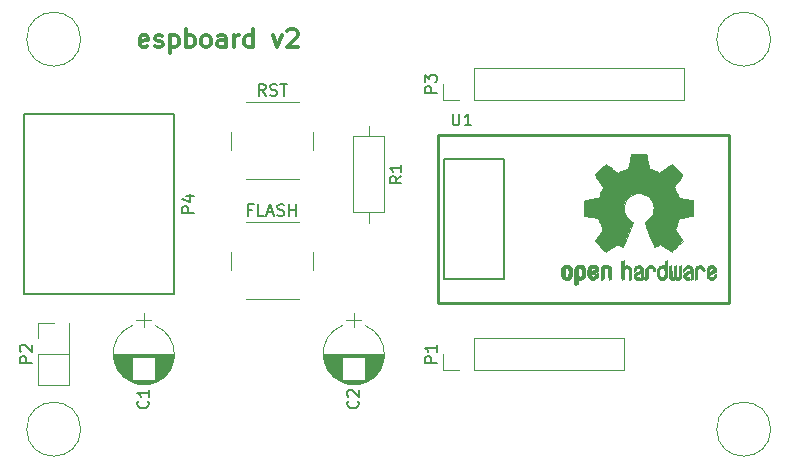
<source format=gto>
G04 #@! TF.FileFunction,Legend,Top*
%FSLAX46Y46*%
G04 Gerber Fmt 4.6, Leading zero omitted, Abs format (unit mm)*
G04 Created by KiCad (PCBNEW 4.0.6-e0-6349~53~ubuntu16.04.1) date Fri Jul 14 14:26:54 2017*
%MOMM*%
%LPD*%
G01*
G04 APERTURE LIST*
%ADD10C,0.100000*%
%ADD11C,0.300000*%
%ADD12C,0.254000*%
%ADD13C,0.152400*%
%ADD14C,0.120000*%
%ADD15C,0.150000*%
%ADD16C,0.010000*%
G04 APERTURE END LIST*
D10*
D11*
X159064286Y-83157143D02*
X158921429Y-83228571D01*
X158635715Y-83228571D01*
X158492858Y-83157143D01*
X158421429Y-83014286D01*
X158421429Y-82442857D01*
X158492858Y-82300000D01*
X158635715Y-82228571D01*
X158921429Y-82228571D01*
X159064286Y-82300000D01*
X159135715Y-82442857D01*
X159135715Y-82585714D01*
X158421429Y-82728571D01*
X159707143Y-83157143D02*
X159850000Y-83228571D01*
X160135715Y-83228571D01*
X160278572Y-83157143D01*
X160350000Y-83014286D01*
X160350000Y-82942857D01*
X160278572Y-82800000D01*
X160135715Y-82728571D01*
X159921429Y-82728571D01*
X159778572Y-82657143D01*
X159707143Y-82514286D01*
X159707143Y-82442857D01*
X159778572Y-82300000D01*
X159921429Y-82228571D01*
X160135715Y-82228571D01*
X160278572Y-82300000D01*
X160992858Y-82228571D02*
X160992858Y-83728571D01*
X160992858Y-82300000D02*
X161135715Y-82228571D01*
X161421429Y-82228571D01*
X161564286Y-82300000D01*
X161635715Y-82371429D01*
X161707144Y-82514286D01*
X161707144Y-82942857D01*
X161635715Y-83085714D01*
X161564286Y-83157143D01*
X161421429Y-83228571D01*
X161135715Y-83228571D01*
X160992858Y-83157143D01*
X162350001Y-83228571D02*
X162350001Y-81728571D01*
X162350001Y-82300000D02*
X162492858Y-82228571D01*
X162778572Y-82228571D01*
X162921429Y-82300000D01*
X162992858Y-82371429D01*
X163064287Y-82514286D01*
X163064287Y-82942857D01*
X162992858Y-83085714D01*
X162921429Y-83157143D01*
X162778572Y-83228571D01*
X162492858Y-83228571D01*
X162350001Y-83157143D01*
X163921430Y-83228571D02*
X163778572Y-83157143D01*
X163707144Y-83085714D01*
X163635715Y-82942857D01*
X163635715Y-82514286D01*
X163707144Y-82371429D01*
X163778572Y-82300000D01*
X163921430Y-82228571D01*
X164135715Y-82228571D01*
X164278572Y-82300000D01*
X164350001Y-82371429D01*
X164421430Y-82514286D01*
X164421430Y-82942857D01*
X164350001Y-83085714D01*
X164278572Y-83157143D01*
X164135715Y-83228571D01*
X163921430Y-83228571D01*
X165707144Y-83228571D02*
X165707144Y-82442857D01*
X165635715Y-82300000D01*
X165492858Y-82228571D01*
X165207144Y-82228571D01*
X165064287Y-82300000D01*
X165707144Y-83157143D02*
X165564287Y-83228571D01*
X165207144Y-83228571D01*
X165064287Y-83157143D01*
X164992858Y-83014286D01*
X164992858Y-82871429D01*
X165064287Y-82728571D01*
X165207144Y-82657143D01*
X165564287Y-82657143D01*
X165707144Y-82585714D01*
X166421430Y-83228571D02*
X166421430Y-82228571D01*
X166421430Y-82514286D02*
X166492858Y-82371429D01*
X166564287Y-82300000D01*
X166707144Y-82228571D01*
X166850001Y-82228571D01*
X167992858Y-83228571D02*
X167992858Y-81728571D01*
X167992858Y-83157143D02*
X167850001Y-83228571D01*
X167564287Y-83228571D01*
X167421429Y-83157143D01*
X167350001Y-83085714D01*
X167278572Y-82942857D01*
X167278572Y-82514286D01*
X167350001Y-82371429D01*
X167421429Y-82300000D01*
X167564287Y-82228571D01*
X167850001Y-82228571D01*
X167992858Y-82300000D01*
X169707144Y-82228571D02*
X170064287Y-83228571D01*
X170421429Y-82228571D01*
X170921429Y-81871429D02*
X170992858Y-81800000D01*
X171135715Y-81728571D01*
X171492858Y-81728571D01*
X171635715Y-81800000D01*
X171707144Y-81871429D01*
X171778572Y-82014286D01*
X171778572Y-82157143D01*
X171707144Y-82371429D01*
X170850001Y-83228571D01*
X171778572Y-83228571D01*
D12*
X183642000Y-90678000D02*
X208280000Y-90678000D01*
X208280000Y-90678000D02*
X208280000Y-104902000D01*
X208280000Y-104902000D02*
X183642000Y-104902000D01*
X183642000Y-104902000D02*
X183642000Y-90678000D01*
D13*
X186690000Y-92710000D02*
X184150000Y-92710000D01*
X184150000Y-92710000D02*
X184150000Y-95250000D01*
X184150000Y-95250000D02*
X184150000Y-102870000D01*
X184150000Y-102870000D02*
X189230000Y-102870000D01*
X189230000Y-102870000D02*
X189230000Y-92710000D01*
X189230000Y-92710000D02*
X186690000Y-92710000D01*
D14*
X161300000Y-109200000D02*
X156200000Y-109200000D01*
X161300000Y-109240000D02*
X156200000Y-109240000D01*
X161299000Y-109280000D02*
X156201000Y-109280000D01*
X161298000Y-109320000D02*
X156202000Y-109320000D01*
X161296000Y-109360000D02*
X156204000Y-109360000D01*
X161293000Y-109400000D02*
X156207000Y-109400000D01*
X161289000Y-109440000D02*
X156211000Y-109440000D01*
X161285000Y-109480000D02*
X159730000Y-109480000D01*
X157770000Y-109480000D02*
X156215000Y-109480000D01*
X161281000Y-109520000D02*
X159730000Y-109520000D01*
X157770000Y-109520000D02*
X156219000Y-109520000D01*
X161275000Y-109560000D02*
X159730000Y-109560000D01*
X157770000Y-109560000D02*
X156225000Y-109560000D01*
X161269000Y-109600000D02*
X159730000Y-109600000D01*
X157770000Y-109600000D02*
X156231000Y-109600000D01*
X161263000Y-109640000D02*
X159730000Y-109640000D01*
X157770000Y-109640000D02*
X156237000Y-109640000D01*
X161256000Y-109680000D02*
X159730000Y-109680000D01*
X157770000Y-109680000D02*
X156244000Y-109680000D01*
X161248000Y-109720000D02*
X159730000Y-109720000D01*
X157770000Y-109720000D02*
X156252000Y-109720000D01*
X161239000Y-109760000D02*
X159730000Y-109760000D01*
X157770000Y-109760000D02*
X156261000Y-109760000D01*
X161230000Y-109800000D02*
X159730000Y-109800000D01*
X157770000Y-109800000D02*
X156270000Y-109800000D01*
X161220000Y-109840000D02*
X159730000Y-109840000D01*
X157770000Y-109840000D02*
X156280000Y-109840000D01*
X161210000Y-109880000D02*
X159730000Y-109880000D01*
X157770000Y-109880000D02*
X156290000Y-109880000D01*
X161198000Y-109921000D02*
X159730000Y-109921000D01*
X157770000Y-109921000D02*
X156302000Y-109921000D01*
X161186000Y-109961000D02*
X159730000Y-109961000D01*
X157770000Y-109961000D02*
X156314000Y-109961000D01*
X161174000Y-110001000D02*
X159730000Y-110001000D01*
X157770000Y-110001000D02*
X156326000Y-110001000D01*
X161160000Y-110041000D02*
X159730000Y-110041000D01*
X157770000Y-110041000D02*
X156340000Y-110041000D01*
X161146000Y-110081000D02*
X159730000Y-110081000D01*
X157770000Y-110081000D02*
X156354000Y-110081000D01*
X161132000Y-110121000D02*
X159730000Y-110121000D01*
X157770000Y-110121000D02*
X156368000Y-110121000D01*
X161116000Y-110161000D02*
X159730000Y-110161000D01*
X157770000Y-110161000D02*
X156384000Y-110161000D01*
X161100000Y-110201000D02*
X159730000Y-110201000D01*
X157770000Y-110201000D02*
X156400000Y-110201000D01*
X161083000Y-110241000D02*
X159730000Y-110241000D01*
X157770000Y-110241000D02*
X156417000Y-110241000D01*
X161065000Y-110281000D02*
X159730000Y-110281000D01*
X157770000Y-110281000D02*
X156435000Y-110281000D01*
X161046000Y-110321000D02*
X159730000Y-110321000D01*
X157770000Y-110321000D02*
X156454000Y-110321000D01*
X161026000Y-110361000D02*
X159730000Y-110361000D01*
X157770000Y-110361000D02*
X156474000Y-110361000D01*
X161006000Y-110401000D02*
X159730000Y-110401000D01*
X157770000Y-110401000D02*
X156494000Y-110401000D01*
X160984000Y-110441000D02*
X159730000Y-110441000D01*
X157770000Y-110441000D02*
X156516000Y-110441000D01*
X160962000Y-110481000D02*
X159730000Y-110481000D01*
X157770000Y-110481000D02*
X156538000Y-110481000D01*
X160939000Y-110521000D02*
X159730000Y-110521000D01*
X157770000Y-110521000D02*
X156561000Y-110521000D01*
X160915000Y-110561000D02*
X159730000Y-110561000D01*
X157770000Y-110561000D02*
X156585000Y-110561000D01*
X160890000Y-110601000D02*
X159730000Y-110601000D01*
X157770000Y-110601000D02*
X156610000Y-110601000D01*
X160863000Y-110641000D02*
X159730000Y-110641000D01*
X157770000Y-110641000D02*
X156637000Y-110641000D01*
X160836000Y-110681000D02*
X159730000Y-110681000D01*
X157770000Y-110681000D02*
X156664000Y-110681000D01*
X160808000Y-110721000D02*
X159730000Y-110721000D01*
X157770000Y-110721000D02*
X156692000Y-110721000D01*
X160778000Y-110761000D02*
X159730000Y-110761000D01*
X157770000Y-110761000D02*
X156722000Y-110761000D01*
X160747000Y-110801000D02*
X159730000Y-110801000D01*
X157770000Y-110801000D02*
X156753000Y-110801000D01*
X160715000Y-110841000D02*
X159730000Y-110841000D01*
X157770000Y-110841000D02*
X156785000Y-110841000D01*
X160682000Y-110881000D02*
X159730000Y-110881000D01*
X157770000Y-110881000D02*
X156818000Y-110881000D01*
X160647000Y-110921000D02*
X159730000Y-110921000D01*
X157770000Y-110921000D02*
X156853000Y-110921000D01*
X160611000Y-110961000D02*
X159730000Y-110961000D01*
X157770000Y-110961000D02*
X156889000Y-110961000D01*
X160573000Y-111001000D02*
X159730000Y-111001000D01*
X157770000Y-111001000D02*
X156927000Y-111001000D01*
X160533000Y-111041000D02*
X159730000Y-111041000D01*
X157770000Y-111041000D02*
X156967000Y-111041000D01*
X160492000Y-111081000D02*
X159730000Y-111081000D01*
X157770000Y-111081000D02*
X157008000Y-111081000D01*
X160449000Y-111121000D02*
X159730000Y-111121000D01*
X157770000Y-111121000D02*
X157051000Y-111121000D01*
X160404000Y-111161000D02*
X159730000Y-111161000D01*
X157770000Y-111161000D02*
X157096000Y-111161000D01*
X160356000Y-111201000D02*
X159730000Y-111201000D01*
X157770000Y-111201000D02*
X157144000Y-111201000D01*
X160306000Y-111241000D02*
X159730000Y-111241000D01*
X157770000Y-111241000D02*
X157194000Y-111241000D01*
X160254000Y-111281000D02*
X159730000Y-111281000D01*
X157770000Y-111281000D02*
X157246000Y-111281000D01*
X160198000Y-111321000D02*
X159730000Y-111321000D01*
X157770000Y-111321000D02*
X157302000Y-111321000D01*
X160140000Y-111361000D02*
X159730000Y-111361000D01*
X157770000Y-111361000D02*
X157360000Y-111361000D01*
X160077000Y-111401000D02*
X159730000Y-111401000D01*
X157770000Y-111401000D02*
X157423000Y-111401000D01*
X160011000Y-111441000D02*
X157489000Y-111441000D01*
X159939000Y-111481000D02*
X157561000Y-111481000D01*
X159862000Y-111521000D02*
X157638000Y-111521000D01*
X159778000Y-111561000D02*
X157722000Y-111561000D01*
X159684000Y-111601000D02*
X157816000Y-111601000D01*
X159579000Y-111641000D02*
X157921000Y-111641000D01*
X159457000Y-111681000D02*
X158043000Y-111681000D01*
X159309000Y-111721000D02*
X158191000Y-111721000D01*
X159104000Y-111761000D02*
X158396000Y-111761000D01*
X158750000Y-105750000D02*
X158750000Y-106950000D01*
X159400000Y-106350000D02*
X158100000Y-106350000D01*
X159731400Y-111596863D02*
G75*
G03X159730000Y-106802564I-981400J2396863D01*
G01*
X157768600Y-111596863D02*
G75*
G02X157770000Y-106802564I981400J2396863D01*
G01*
X157768600Y-111596863D02*
G75*
G03X159730000Y-111597436I981400J2396863D01*
G01*
X179080000Y-109200000D02*
X173980000Y-109200000D01*
X179080000Y-109240000D02*
X173980000Y-109240000D01*
X179079000Y-109280000D02*
X173981000Y-109280000D01*
X179078000Y-109320000D02*
X173982000Y-109320000D01*
X179076000Y-109360000D02*
X173984000Y-109360000D01*
X179073000Y-109400000D02*
X173987000Y-109400000D01*
X179069000Y-109440000D02*
X173991000Y-109440000D01*
X179065000Y-109480000D02*
X177510000Y-109480000D01*
X175550000Y-109480000D02*
X173995000Y-109480000D01*
X179061000Y-109520000D02*
X177510000Y-109520000D01*
X175550000Y-109520000D02*
X173999000Y-109520000D01*
X179055000Y-109560000D02*
X177510000Y-109560000D01*
X175550000Y-109560000D02*
X174005000Y-109560000D01*
X179049000Y-109600000D02*
X177510000Y-109600000D01*
X175550000Y-109600000D02*
X174011000Y-109600000D01*
X179043000Y-109640000D02*
X177510000Y-109640000D01*
X175550000Y-109640000D02*
X174017000Y-109640000D01*
X179036000Y-109680000D02*
X177510000Y-109680000D01*
X175550000Y-109680000D02*
X174024000Y-109680000D01*
X179028000Y-109720000D02*
X177510000Y-109720000D01*
X175550000Y-109720000D02*
X174032000Y-109720000D01*
X179019000Y-109760000D02*
X177510000Y-109760000D01*
X175550000Y-109760000D02*
X174041000Y-109760000D01*
X179010000Y-109800000D02*
X177510000Y-109800000D01*
X175550000Y-109800000D02*
X174050000Y-109800000D01*
X179000000Y-109840000D02*
X177510000Y-109840000D01*
X175550000Y-109840000D02*
X174060000Y-109840000D01*
X178990000Y-109880000D02*
X177510000Y-109880000D01*
X175550000Y-109880000D02*
X174070000Y-109880000D01*
X178978000Y-109921000D02*
X177510000Y-109921000D01*
X175550000Y-109921000D02*
X174082000Y-109921000D01*
X178966000Y-109961000D02*
X177510000Y-109961000D01*
X175550000Y-109961000D02*
X174094000Y-109961000D01*
X178954000Y-110001000D02*
X177510000Y-110001000D01*
X175550000Y-110001000D02*
X174106000Y-110001000D01*
X178940000Y-110041000D02*
X177510000Y-110041000D01*
X175550000Y-110041000D02*
X174120000Y-110041000D01*
X178926000Y-110081000D02*
X177510000Y-110081000D01*
X175550000Y-110081000D02*
X174134000Y-110081000D01*
X178912000Y-110121000D02*
X177510000Y-110121000D01*
X175550000Y-110121000D02*
X174148000Y-110121000D01*
X178896000Y-110161000D02*
X177510000Y-110161000D01*
X175550000Y-110161000D02*
X174164000Y-110161000D01*
X178880000Y-110201000D02*
X177510000Y-110201000D01*
X175550000Y-110201000D02*
X174180000Y-110201000D01*
X178863000Y-110241000D02*
X177510000Y-110241000D01*
X175550000Y-110241000D02*
X174197000Y-110241000D01*
X178845000Y-110281000D02*
X177510000Y-110281000D01*
X175550000Y-110281000D02*
X174215000Y-110281000D01*
X178826000Y-110321000D02*
X177510000Y-110321000D01*
X175550000Y-110321000D02*
X174234000Y-110321000D01*
X178806000Y-110361000D02*
X177510000Y-110361000D01*
X175550000Y-110361000D02*
X174254000Y-110361000D01*
X178786000Y-110401000D02*
X177510000Y-110401000D01*
X175550000Y-110401000D02*
X174274000Y-110401000D01*
X178764000Y-110441000D02*
X177510000Y-110441000D01*
X175550000Y-110441000D02*
X174296000Y-110441000D01*
X178742000Y-110481000D02*
X177510000Y-110481000D01*
X175550000Y-110481000D02*
X174318000Y-110481000D01*
X178719000Y-110521000D02*
X177510000Y-110521000D01*
X175550000Y-110521000D02*
X174341000Y-110521000D01*
X178695000Y-110561000D02*
X177510000Y-110561000D01*
X175550000Y-110561000D02*
X174365000Y-110561000D01*
X178670000Y-110601000D02*
X177510000Y-110601000D01*
X175550000Y-110601000D02*
X174390000Y-110601000D01*
X178643000Y-110641000D02*
X177510000Y-110641000D01*
X175550000Y-110641000D02*
X174417000Y-110641000D01*
X178616000Y-110681000D02*
X177510000Y-110681000D01*
X175550000Y-110681000D02*
X174444000Y-110681000D01*
X178588000Y-110721000D02*
X177510000Y-110721000D01*
X175550000Y-110721000D02*
X174472000Y-110721000D01*
X178558000Y-110761000D02*
X177510000Y-110761000D01*
X175550000Y-110761000D02*
X174502000Y-110761000D01*
X178527000Y-110801000D02*
X177510000Y-110801000D01*
X175550000Y-110801000D02*
X174533000Y-110801000D01*
X178495000Y-110841000D02*
X177510000Y-110841000D01*
X175550000Y-110841000D02*
X174565000Y-110841000D01*
X178462000Y-110881000D02*
X177510000Y-110881000D01*
X175550000Y-110881000D02*
X174598000Y-110881000D01*
X178427000Y-110921000D02*
X177510000Y-110921000D01*
X175550000Y-110921000D02*
X174633000Y-110921000D01*
X178391000Y-110961000D02*
X177510000Y-110961000D01*
X175550000Y-110961000D02*
X174669000Y-110961000D01*
X178353000Y-111001000D02*
X177510000Y-111001000D01*
X175550000Y-111001000D02*
X174707000Y-111001000D01*
X178313000Y-111041000D02*
X177510000Y-111041000D01*
X175550000Y-111041000D02*
X174747000Y-111041000D01*
X178272000Y-111081000D02*
X177510000Y-111081000D01*
X175550000Y-111081000D02*
X174788000Y-111081000D01*
X178229000Y-111121000D02*
X177510000Y-111121000D01*
X175550000Y-111121000D02*
X174831000Y-111121000D01*
X178184000Y-111161000D02*
X177510000Y-111161000D01*
X175550000Y-111161000D02*
X174876000Y-111161000D01*
X178136000Y-111201000D02*
X177510000Y-111201000D01*
X175550000Y-111201000D02*
X174924000Y-111201000D01*
X178086000Y-111241000D02*
X177510000Y-111241000D01*
X175550000Y-111241000D02*
X174974000Y-111241000D01*
X178034000Y-111281000D02*
X177510000Y-111281000D01*
X175550000Y-111281000D02*
X175026000Y-111281000D01*
X177978000Y-111321000D02*
X177510000Y-111321000D01*
X175550000Y-111321000D02*
X175082000Y-111321000D01*
X177920000Y-111361000D02*
X177510000Y-111361000D01*
X175550000Y-111361000D02*
X175140000Y-111361000D01*
X177857000Y-111401000D02*
X177510000Y-111401000D01*
X175550000Y-111401000D02*
X175203000Y-111401000D01*
X177791000Y-111441000D02*
X175269000Y-111441000D01*
X177719000Y-111481000D02*
X175341000Y-111481000D01*
X177642000Y-111521000D02*
X175418000Y-111521000D01*
X177558000Y-111561000D02*
X175502000Y-111561000D01*
X177464000Y-111601000D02*
X175596000Y-111601000D01*
X177359000Y-111641000D02*
X175701000Y-111641000D01*
X177237000Y-111681000D02*
X175823000Y-111681000D01*
X177089000Y-111721000D02*
X175971000Y-111721000D01*
X176884000Y-111761000D02*
X176176000Y-111761000D01*
X176530000Y-105750000D02*
X176530000Y-106950000D01*
X177180000Y-106350000D02*
X175880000Y-106350000D01*
X177511400Y-111596863D02*
G75*
G03X177510000Y-106802564I-981400J2396863D01*
G01*
X175548600Y-111596863D02*
G75*
G02X175550000Y-106802564I981400J2396863D01*
G01*
X175548600Y-111596863D02*
G75*
G03X177510000Y-111597436I981400J2396863D01*
G01*
X186690000Y-110550000D02*
X199450000Y-110550000D01*
X199450000Y-110550000D02*
X199450000Y-107890000D01*
X199450000Y-107890000D02*
X186690000Y-107890000D01*
X186690000Y-107890000D02*
X186690000Y-110550000D01*
X185420000Y-110550000D02*
X184090000Y-110550000D01*
X184090000Y-110550000D02*
X184090000Y-109220000D01*
X152400000Y-106620000D02*
X152460000Y-106620000D01*
X152460000Y-106620000D02*
X152460000Y-111820000D01*
X152460000Y-111820000D02*
X149800000Y-111820000D01*
X149800000Y-111820000D02*
X149800000Y-109220000D01*
X149800000Y-109220000D02*
X152400000Y-109220000D01*
X152400000Y-109220000D02*
X152400000Y-106620000D01*
X151130000Y-106620000D02*
X149800000Y-106620000D01*
X149800000Y-106620000D02*
X149800000Y-107890000D01*
X186690000Y-87690000D02*
X204530000Y-87690000D01*
X204530000Y-87690000D02*
X204530000Y-85030000D01*
X204530000Y-85030000D02*
X186690000Y-85030000D01*
X186690000Y-85030000D02*
X186690000Y-87690000D01*
X185420000Y-87690000D02*
X184090000Y-87690000D01*
X184090000Y-87690000D02*
X184090000Y-86360000D01*
D15*
X148590000Y-104140000D02*
X148590000Y-88900000D01*
X148590000Y-88900000D02*
X161290000Y-88900000D01*
X161290000Y-88900000D02*
X161290000Y-104140000D01*
X161290000Y-104140000D02*
X148590000Y-104140000D01*
D14*
X179110000Y-90770000D02*
X176490000Y-90770000D01*
X176490000Y-90770000D02*
X176490000Y-97190000D01*
X176490000Y-97190000D02*
X179110000Y-97190000D01*
X179110000Y-97190000D02*
X179110000Y-90770000D01*
X177800000Y-89880000D02*
X177800000Y-90770000D01*
X177800000Y-98080000D02*
X177800000Y-97190000D01*
X167370000Y-94400000D02*
X171870000Y-94400000D01*
X166120000Y-90400000D02*
X166120000Y-91900000D01*
X171870000Y-87900000D02*
X167370000Y-87900000D01*
X173120000Y-91900000D02*
X173120000Y-90400000D01*
X167370000Y-104560000D02*
X171870000Y-104560000D01*
X166120000Y-100560000D02*
X166120000Y-102060000D01*
X171870000Y-98060000D02*
X167370000Y-98060000D01*
X173120000Y-102060000D02*
X173120000Y-100560000D01*
D16*
G36*
X195831900Y-101651903D02*
X195943450Y-101707522D01*
X196041908Y-101809931D01*
X196069023Y-101847864D01*
X196098562Y-101897500D01*
X196117728Y-101951412D01*
X196128693Y-102023364D01*
X196133629Y-102127122D01*
X196134713Y-102264101D01*
X196129818Y-102451815D01*
X196112804Y-102592758D01*
X196080177Y-102697908D01*
X196028442Y-102778243D01*
X195954104Y-102844741D01*
X195948642Y-102848678D01*
X195875380Y-102888953D01*
X195787160Y-102908880D01*
X195674962Y-102913793D01*
X195492567Y-102913793D01*
X195492491Y-103090857D01*
X195490793Y-103189470D01*
X195480450Y-103247314D01*
X195453422Y-103282006D01*
X195401668Y-103311164D01*
X195389239Y-103317121D01*
X195331077Y-103345039D01*
X195286044Y-103362672D01*
X195252559Y-103364194D01*
X195229038Y-103343781D01*
X195213900Y-103295607D01*
X195205563Y-103213846D01*
X195202444Y-103092672D01*
X195202960Y-102926260D01*
X195205529Y-102708785D01*
X195206332Y-102643736D01*
X195209222Y-102419502D01*
X195211812Y-102272821D01*
X195492414Y-102272821D01*
X195493991Y-102397326D01*
X195501000Y-102478787D01*
X195516858Y-102532515D01*
X195544981Y-102573823D01*
X195564075Y-102593971D01*
X195642135Y-102652921D01*
X195711247Y-102657720D01*
X195782560Y-102609038D01*
X195784368Y-102607241D01*
X195813383Y-102569618D01*
X195831033Y-102518484D01*
X195839936Y-102439738D01*
X195842709Y-102319276D01*
X195842759Y-102292588D01*
X195836058Y-102126583D01*
X195814248Y-102011505D01*
X195774765Y-101941254D01*
X195715044Y-101909729D01*
X195680528Y-101906552D01*
X195598611Y-101921460D01*
X195542421Y-101970548D01*
X195508598Y-102060362D01*
X195493780Y-102197445D01*
X195492414Y-102272821D01*
X195211812Y-102272821D01*
X195212287Y-102245952D01*
X195216247Y-102115382D01*
X195221826Y-102020087D01*
X195229746Y-101952364D01*
X195240731Y-101904507D01*
X195255501Y-101868813D01*
X195274782Y-101837578D01*
X195283049Y-101825824D01*
X195392712Y-101714797D01*
X195531365Y-101651847D01*
X195691754Y-101634297D01*
X195831900Y-101651903D01*
X195831900Y-101651903D01*
G37*
X195831900Y-101651903D02*
X195943450Y-101707522D01*
X196041908Y-101809931D01*
X196069023Y-101847864D01*
X196098562Y-101897500D01*
X196117728Y-101951412D01*
X196128693Y-102023364D01*
X196133629Y-102127122D01*
X196134713Y-102264101D01*
X196129818Y-102451815D01*
X196112804Y-102592758D01*
X196080177Y-102697908D01*
X196028442Y-102778243D01*
X195954104Y-102844741D01*
X195948642Y-102848678D01*
X195875380Y-102888953D01*
X195787160Y-102908880D01*
X195674962Y-102913793D01*
X195492567Y-102913793D01*
X195492491Y-103090857D01*
X195490793Y-103189470D01*
X195480450Y-103247314D01*
X195453422Y-103282006D01*
X195401668Y-103311164D01*
X195389239Y-103317121D01*
X195331077Y-103345039D01*
X195286044Y-103362672D01*
X195252559Y-103364194D01*
X195229038Y-103343781D01*
X195213900Y-103295607D01*
X195205563Y-103213846D01*
X195202444Y-103092672D01*
X195202960Y-102926260D01*
X195205529Y-102708785D01*
X195206332Y-102643736D01*
X195209222Y-102419502D01*
X195211812Y-102272821D01*
X195492414Y-102272821D01*
X195493991Y-102397326D01*
X195501000Y-102478787D01*
X195516858Y-102532515D01*
X195544981Y-102573823D01*
X195564075Y-102593971D01*
X195642135Y-102652921D01*
X195711247Y-102657720D01*
X195782560Y-102609038D01*
X195784368Y-102607241D01*
X195813383Y-102569618D01*
X195831033Y-102518484D01*
X195839936Y-102439738D01*
X195842709Y-102319276D01*
X195842759Y-102292588D01*
X195836058Y-102126583D01*
X195814248Y-102011505D01*
X195774765Y-101941254D01*
X195715044Y-101909729D01*
X195680528Y-101906552D01*
X195598611Y-101921460D01*
X195542421Y-101970548D01*
X195508598Y-102060362D01*
X195493780Y-102197445D01*
X195492414Y-102272821D01*
X195211812Y-102272821D01*
X195212287Y-102245952D01*
X195216247Y-102115382D01*
X195221826Y-102020087D01*
X195229746Y-101952364D01*
X195240731Y-101904507D01*
X195255501Y-101868813D01*
X195274782Y-101837578D01*
X195283049Y-101825824D01*
X195392712Y-101714797D01*
X195531365Y-101651847D01*
X195691754Y-101634297D01*
X195831900Y-101651903D01*
G36*
X198077429Y-101667719D02*
X198171123Y-101721914D01*
X198236264Y-101775707D01*
X198283907Y-101832066D01*
X198316728Y-101900987D01*
X198337406Y-101992468D01*
X198348620Y-102116506D01*
X198353049Y-102283098D01*
X198353563Y-102402851D01*
X198353563Y-102843659D01*
X198229483Y-102899283D01*
X198105402Y-102954907D01*
X198090805Y-102472095D01*
X198084773Y-102291779D01*
X198078445Y-102160901D01*
X198070606Y-102070511D01*
X198060037Y-102011664D01*
X198045523Y-101975413D01*
X198025848Y-101952810D01*
X198019535Y-101947917D01*
X197923888Y-101909706D01*
X197827207Y-101924827D01*
X197769655Y-101964943D01*
X197746245Y-101993370D01*
X197730039Y-102030672D01*
X197719741Y-102087223D01*
X197714049Y-102173394D01*
X197711664Y-102299558D01*
X197711264Y-102431042D01*
X197711186Y-102595999D01*
X197708361Y-102712761D01*
X197698907Y-102791510D01*
X197678940Y-102842431D01*
X197644576Y-102875706D01*
X197591932Y-102901520D01*
X197521617Y-102928344D01*
X197444820Y-102957542D01*
X197453962Y-102439346D01*
X197457643Y-102252539D01*
X197461950Y-102114490D01*
X197468123Y-102015568D01*
X197477402Y-101946145D01*
X197491027Y-101896590D01*
X197510239Y-101857273D01*
X197533402Y-101822584D01*
X197645152Y-101711770D01*
X197781513Y-101647689D01*
X197929825Y-101632339D01*
X198077429Y-101667719D01*
X198077429Y-101667719D01*
G37*
X198077429Y-101667719D02*
X198171123Y-101721914D01*
X198236264Y-101775707D01*
X198283907Y-101832066D01*
X198316728Y-101900987D01*
X198337406Y-101992468D01*
X198348620Y-102116506D01*
X198353049Y-102283098D01*
X198353563Y-102402851D01*
X198353563Y-102843659D01*
X198229483Y-102899283D01*
X198105402Y-102954907D01*
X198090805Y-102472095D01*
X198084773Y-102291779D01*
X198078445Y-102160901D01*
X198070606Y-102070511D01*
X198060037Y-102011664D01*
X198045523Y-101975413D01*
X198025848Y-101952810D01*
X198019535Y-101947917D01*
X197923888Y-101909706D01*
X197827207Y-101924827D01*
X197769655Y-101964943D01*
X197746245Y-101993370D01*
X197730039Y-102030672D01*
X197719741Y-102087223D01*
X197714049Y-102173394D01*
X197711664Y-102299558D01*
X197711264Y-102431042D01*
X197711186Y-102595999D01*
X197708361Y-102712761D01*
X197698907Y-102791510D01*
X197678940Y-102842431D01*
X197644576Y-102875706D01*
X197591932Y-102901520D01*
X197521617Y-102928344D01*
X197444820Y-102957542D01*
X197453962Y-102439346D01*
X197457643Y-102252539D01*
X197461950Y-102114490D01*
X197468123Y-102015568D01*
X197477402Y-101946145D01*
X197491027Y-101896590D01*
X197510239Y-101857273D01*
X197533402Y-101822584D01*
X197645152Y-101711770D01*
X197781513Y-101647689D01*
X197929825Y-101632339D01*
X198077429Y-101667719D01*
G36*
X194708221Y-101656015D02*
X194845061Y-101727968D01*
X194946051Y-101843766D01*
X194981925Y-101918213D01*
X195009839Y-102029992D01*
X195024129Y-102171227D01*
X195025484Y-102325371D01*
X195014595Y-102475879D01*
X194992153Y-102606205D01*
X194958850Y-102699803D01*
X194948615Y-102715922D01*
X194827382Y-102836249D01*
X194683387Y-102908317D01*
X194527139Y-102929408D01*
X194369148Y-102896802D01*
X194325180Y-102877253D01*
X194239556Y-102817012D01*
X194164408Y-102737135D01*
X194157306Y-102727004D01*
X194128439Y-102678181D01*
X194109357Y-102625990D01*
X194098084Y-102557285D01*
X194092645Y-102458918D01*
X194091062Y-102317744D01*
X194091035Y-102286092D01*
X194091107Y-102276019D01*
X194382989Y-102276019D01*
X194384687Y-102409256D01*
X194391372Y-102497674D01*
X194405425Y-102554785D01*
X194429229Y-102594102D01*
X194441379Y-102607241D01*
X194511236Y-102657172D01*
X194579059Y-102654895D01*
X194647635Y-102611584D01*
X194688535Y-102565346D01*
X194712758Y-102497857D01*
X194726361Y-102391433D01*
X194727294Y-102379020D01*
X194729616Y-102186147D01*
X194705350Y-102042900D01*
X194654824Y-101950160D01*
X194578368Y-101908807D01*
X194551076Y-101906552D01*
X194479411Y-101917893D01*
X194430390Y-101957184D01*
X194400418Y-102032326D01*
X194385899Y-102151222D01*
X194382989Y-102276019D01*
X194091107Y-102276019D01*
X194092122Y-102135659D01*
X194096688Y-102030549D01*
X194106688Y-101957714D01*
X194124079Y-101904108D01*
X194150816Y-101856681D01*
X194156724Y-101847864D01*
X194256032Y-101729007D01*
X194364242Y-101660008D01*
X194495981Y-101632619D01*
X194540717Y-101631281D01*
X194708221Y-101656015D01*
X194708221Y-101656015D01*
G37*
X194708221Y-101656015D02*
X194845061Y-101727968D01*
X194946051Y-101843766D01*
X194981925Y-101918213D01*
X195009839Y-102029992D01*
X195024129Y-102171227D01*
X195025484Y-102325371D01*
X195014595Y-102475879D01*
X194992153Y-102606205D01*
X194958850Y-102699803D01*
X194948615Y-102715922D01*
X194827382Y-102836249D01*
X194683387Y-102908317D01*
X194527139Y-102929408D01*
X194369148Y-102896802D01*
X194325180Y-102877253D01*
X194239556Y-102817012D01*
X194164408Y-102737135D01*
X194157306Y-102727004D01*
X194128439Y-102678181D01*
X194109357Y-102625990D01*
X194098084Y-102557285D01*
X194092645Y-102458918D01*
X194091062Y-102317744D01*
X194091035Y-102286092D01*
X194091107Y-102276019D01*
X194382989Y-102276019D01*
X194384687Y-102409256D01*
X194391372Y-102497674D01*
X194405425Y-102554785D01*
X194429229Y-102594102D01*
X194441379Y-102607241D01*
X194511236Y-102657172D01*
X194579059Y-102654895D01*
X194647635Y-102611584D01*
X194688535Y-102565346D01*
X194712758Y-102497857D01*
X194726361Y-102391433D01*
X194727294Y-102379020D01*
X194729616Y-102186147D01*
X194705350Y-102042900D01*
X194654824Y-101950160D01*
X194578368Y-101908807D01*
X194551076Y-101906552D01*
X194479411Y-101917893D01*
X194430390Y-101957184D01*
X194400418Y-102032326D01*
X194385899Y-102151222D01*
X194382989Y-102276019D01*
X194091107Y-102276019D01*
X194092122Y-102135659D01*
X194096688Y-102030549D01*
X194106688Y-101957714D01*
X194124079Y-101904108D01*
X194150816Y-101856681D01*
X194156724Y-101847864D01*
X194256032Y-101729007D01*
X194364242Y-101660008D01*
X194495981Y-101632619D01*
X194540717Y-101631281D01*
X194708221Y-101656015D01*
G36*
X196975552Y-101674676D02*
X197090658Y-101752111D01*
X197179611Y-101863949D01*
X197232749Y-102006265D01*
X197243497Y-102111015D01*
X197242276Y-102154726D01*
X197232056Y-102188194D01*
X197203961Y-102218179D01*
X197149116Y-102251440D01*
X197058645Y-102294738D01*
X196923672Y-102354833D01*
X196922989Y-102355134D01*
X196798751Y-102412037D01*
X196696873Y-102462565D01*
X196627767Y-102501280D01*
X196601846Y-102522740D01*
X196601839Y-102522913D01*
X196624685Y-102569644D01*
X196678109Y-102621154D01*
X196739442Y-102658261D01*
X196770515Y-102665632D01*
X196855289Y-102640138D01*
X196928293Y-102576291D01*
X196963913Y-102506094D01*
X196998180Y-102454343D01*
X197065303Y-102395409D01*
X197144208Y-102344496D01*
X197213821Y-102316809D01*
X197228377Y-102315287D01*
X197244763Y-102340321D01*
X197245750Y-102404311D01*
X197233708Y-102490593D01*
X197211007Y-102582501D01*
X197180014Y-102663369D01*
X197178448Y-102666509D01*
X197085181Y-102796734D01*
X196964304Y-102885311D01*
X196827027Y-102928786D01*
X196684560Y-102923706D01*
X196548112Y-102866616D01*
X196542045Y-102862602D01*
X196434710Y-102765326D01*
X196364132Y-102638409D01*
X196325074Y-102471526D01*
X196319832Y-102424639D01*
X196310548Y-102203329D01*
X196321678Y-102100124D01*
X196601839Y-102100124D01*
X196605479Y-102164503D01*
X196625389Y-102183291D01*
X196675026Y-102169235D01*
X196753267Y-102136009D01*
X196840726Y-102094359D01*
X196842899Y-102093256D01*
X196917030Y-102054265D01*
X196946781Y-102028244D01*
X196939445Y-102000965D01*
X196908553Y-101965121D01*
X196829960Y-101913251D01*
X196745323Y-101909439D01*
X196669403Y-101947189D01*
X196616965Y-102020001D01*
X196601839Y-102100124D01*
X196321678Y-102100124D01*
X196329644Y-102026261D01*
X196378634Y-101885829D01*
X196446836Y-101787447D01*
X196569935Y-101688030D01*
X196705528Y-101638711D01*
X196843955Y-101635568D01*
X196975552Y-101674676D01*
X196975552Y-101674676D01*
G37*
X196975552Y-101674676D02*
X197090658Y-101752111D01*
X197179611Y-101863949D01*
X197232749Y-102006265D01*
X197243497Y-102111015D01*
X197242276Y-102154726D01*
X197232056Y-102188194D01*
X197203961Y-102218179D01*
X197149116Y-102251440D01*
X197058645Y-102294738D01*
X196923672Y-102354833D01*
X196922989Y-102355134D01*
X196798751Y-102412037D01*
X196696873Y-102462565D01*
X196627767Y-102501280D01*
X196601846Y-102522740D01*
X196601839Y-102522913D01*
X196624685Y-102569644D01*
X196678109Y-102621154D01*
X196739442Y-102658261D01*
X196770515Y-102665632D01*
X196855289Y-102640138D01*
X196928293Y-102576291D01*
X196963913Y-102506094D01*
X196998180Y-102454343D01*
X197065303Y-102395409D01*
X197144208Y-102344496D01*
X197213821Y-102316809D01*
X197228377Y-102315287D01*
X197244763Y-102340321D01*
X197245750Y-102404311D01*
X197233708Y-102490593D01*
X197211007Y-102582501D01*
X197180014Y-102663369D01*
X197178448Y-102666509D01*
X197085181Y-102796734D01*
X196964304Y-102885311D01*
X196827027Y-102928786D01*
X196684560Y-102923706D01*
X196548112Y-102866616D01*
X196542045Y-102862602D01*
X196434710Y-102765326D01*
X196364132Y-102638409D01*
X196325074Y-102471526D01*
X196319832Y-102424639D01*
X196310548Y-102203329D01*
X196321678Y-102100124D01*
X196601839Y-102100124D01*
X196605479Y-102164503D01*
X196625389Y-102183291D01*
X196675026Y-102169235D01*
X196753267Y-102136009D01*
X196840726Y-102094359D01*
X196842899Y-102093256D01*
X196917030Y-102054265D01*
X196946781Y-102028244D01*
X196939445Y-102000965D01*
X196908553Y-101965121D01*
X196829960Y-101913251D01*
X196745323Y-101909439D01*
X196669403Y-101947189D01*
X196616965Y-102020001D01*
X196601839Y-102100124D01*
X196321678Y-102100124D01*
X196329644Y-102026261D01*
X196378634Y-101885829D01*
X196446836Y-101787447D01*
X196569935Y-101688030D01*
X196705528Y-101638711D01*
X196843955Y-101635568D01*
X196975552Y-101674676D01*
G36*
X199404598Y-101513857D02*
X199413154Y-101633188D01*
X199422981Y-101703506D01*
X199436599Y-101734179D01*
X199456527Y-101734571D01*
X199462989Y-101730910D01*
X199548940Y-101704398D01*
X199660745Y-101705946D01*
X199774414Y-101733199D01*
X199845510Y-101768455D01*
X199918405Y-101824778D01*
X199971693Y-101888519D01*
X200008275Y-101969510D01*
X200031050Y-102077586D01*
X200042919Y-102222580D01*
X200046782Y-102414326D01*
X200046851Y-102451109D01*
X200046897Y-102864288D01*
X199954954Y-102896339D01*
X199889652Y-102918144D01*
X199853824Y-102928297D01*
X199852770Y-102928391D01*
X199849242Y-102900860D01*
X199846239Y-102824923D01*
X199843990Y-102710565D01*
X199842724Y-102567769D01*
X199842529Y-102480951D01*
X199842123Y-102309773D01*
X199840032Y-102187088D01*
X199834947Y-102103000D01*
X199825560Y-102047614D01*
X199810561Y-102011032D01*
X199788642Y-101983359D01*
X199774957Y-101970032D01*
X199680949Y-101916328D01*
X199578364Y-101912307D01*
X199485290Y-101957725D01*
X199468078Y-101974123D01*
X199442832Y-102004957D01*
X199425320Y-102041531D01*
X199414142Y-102094415D01*
X199407896Y-102174177D01*
X199405182Y-102291385D01*
X199404598Y-102452991D01*
X199404598Y-102864288D01*
X199312655Y-102896339D01*
X199247353Y-102918144D01*
X199211525Y-102928297D01*
X199210471Y-102928391D01*
X199207775Y-102900448D01*
X199205345Y-102821630D01*
X199203278Y-102699453D01*
X199201671Y-102541432D01*
X199200623Y-102355083D01*
X199200231Y-102147920D01*
X199200230Y-102138706D01*
X199200230Y-101349020D01*
X199295115Y-101308997D01*
X199390000Y-101268973D01*
X199404598Y-101513857D01*
X199404598Y-101513857D01*
G37*
X199404598Y-101513857D02*
X199413154Y-101633188D01*
X199422981Y-101703506D01*
X199436599Y-101734179D01*
X199456527Y-101734571D01*
X199462989Y-101730910D01*
X199548940Y-101704398D01*
X199660745Y-101705946D01*
X199774414Y-101733199D01*
X199845510Y-101768455D01*
X199918405Y-101824778D01*
X199971693Y-101888519D01*
X200008275Y-101969510D01*
X200031050Y-102077586D01*
X200042919Y-102222580D01*
X200046782Y-102414326D01*
X200046851Y-102451109D01*
X200046897Y-102864288D01*
X199954954Y-102896339D01*
X199889652Y-102918144D01*
X199853824Y-102928297D01*
X199852770Y-102928391D01*
X199849242Y-102900860D01*
X199846239Y-102824923D01*
X199843990Y-102710565D01*
X199842724Y-102567769D01*
X199842529Y-102480951D01*
X199842123Y-102309773D01*
X199840032Y-102187088D01*
X199834947Y-102103000D01*
X199825560Y-102047614D01*
X199810561Y-102011032D01*
X199788642Y-101983359D01*
X199774957Y-101970032D01*
X199680949Y-101916328D01*
X199578364Y-101912307D01*
X199485290Y-101957725D01*
X199468078Y-101974123D01*
X199442832Y-102004957D01*
X199425320Y-102041531D01*
X199414142Y-102094415D01*
X199407896Y-102174177D01*
X199405182Y-102291385D01*
X199404598Y-102452991D01*
X199404598Y-102864288D01*
X199312655Y-102896339D01*
X199247353Y-102918144D01*
X199211525Y-102928297D01*
X199210471Y-102928391D01*
X199207775Y-102900448D01*
X199205345Y-102821630D01*
X199203278Y-102699453D01*
X199201671Y-102541432D01*
X199200623Y-102355083D01*
X199200231Y-102147920D01*
X199200230Y-102138706D01*
X199200230Y-101349020D01*
X199295115Y-101308997D01*
X199390000Y-101268973D01*
X199404598Y-101513857D01*
G36*
X200739944Y-101714360D02*
X200854343Y-101756842D01*
X200855652Y-101757658D01*
X200926403Y-101809730D01*
X200978636Y-101870584D01*
X201015371Y-101949887D01*
X201039634Y-102057309D01*
X201054445Y-102202517D01*
X201062829Y-102395179D01*
X201063564Y-102422628D01*
X201074120Y-102836521D01*
X200985291Y-102882456D01*
X200921018Y-102913498D01*
X200882210Y-102928206D01*
X200880415Y-102928391D01*
X200873700Y-102901250D01*
X200868365Y-102828041D01*
X200865083Y-102721081D01*
X200864368Y-102634469D01*
X200864351Y-102494162D01*
X200857937Y-102406051D01*
X200835580Y-102364025D01*
X200787732Y-102361975D01*
X200704849Y-102393790D01*
X200579713Y-102452272D01*
X200487697Y-102500845D01*
X200440371Y-102542986D01*
X200426458Y-102588916D01*
X200426437Y-102591189D01*
X200449395Y-102670311D01*
X200517370Y-102713055D01*
X200621398Y-102719246D01*
X200696330Y-102718172D01*
X200735839Y-102739753D01*
X200760478Y-102791591D01*
X200774659Y-102857632D01*
X200754223Y-102895104D01*
X200746528Y-102900467D01*
X200674083Y-102922006D01*
X200572633Y-102925055D01*
X200468157Y-102910778D01*
X200394125Y-102884688D01*
X200291772Y-102797785D01*
X200233591Y-102676816D01*
X200222069Y-102582308D01*
X200230862Y-102497062D01*
X200262680Y-102427476D01*
X200325684Y-102365672D01*
X200428031Y-102303772D01*
X200577882Y-102233897D01*
X200587012Y-102229948D01*
X200721997Y-102167588D01*
X200805294Y-102116446D01*
X200840997Y-102070488D01*
X200833203Y-102023683D01*
X200786007Y-101969998D01*
X200771894Y-101957644D01*
X200677359Y-101909741D01*
X200579406Y-101911758D01*
X200494097Y-101958724D01*
X200437496Y-102045669D01*
X200432237Y-102062734D01*
X200381023Y-102145504D01*
X200316037Y-102185372D01*
X200222069Y-102224882D01*
X200222069Y-102122658D01*
X200250653Y-101974072D01*
X200335495Y-101837784D01*
X200379645Y-101792191D01*
X200480005Y-101733674D01*
X200607635Y-101707184D01*
X200739944Y-101714360D01*
X200739944Y-101714360D01*
G37*
X200739944Y-101714360D02*
X200854343Y-101756842D01*
X200855652Y-101757658D01*
X200926403Y-101809730D01*
X200978636Y-101870584D01*
X201015371Y-101949887D01*
X201039634Y-102057309D01*
X201054445Y-102202517D01*
X201062829Y-102395179D01*
X201063564Y-102422628D01*
X201074120Y-102836521D01*
X200985291Y-102882456D01*
X200921018Y-102913498D01*
X200882210Y-102928206D01*
X200880415Y-102928391D01*
X200873700Y-102901250D01*
X200868365Y-102828041D01*
X200865083Y-102721081D01*
X200864368Y-102634469D01*
X200864351Y-102494162D01*
X200857937Y-102406051D01*
X200835580Y-102364025D01*
X200787732Y-102361975D01*
X200704849Y-102393790D01*
X200579713Y-102452272D01*
X200487697Y-102500845D01*
X200440371Y-102542986D01*
X200426458Y-102588916D01*
X200426437Y-102591189D01*
X200449395Y-102670311D01*
X200517370Y-102713055D01*
X200621398Y-102719246D01*
X200696330Y-102718172D01*
X200735839Y-102739753D01*
X200760478Y-102791591D01*
X200774659Y-102857632D01*
X200754223Y-102895104D01*
X200746528Y-102900467D01*
X200674083Y-102922006D01*
X200572633Y-102925055D01*
X200468157Y-102910778D01*
X200394125Y-102884688D01*
X200291772Y-102797785D01*
X200233591Y-102676816D01*
X200222069Y-102582308D01*
X200230862Y-102497062D01*
X200262680Y-102427476D01*
X200325684Y-102365672D01*
X200428031Y-102303772D01*
X200577882Y-102233897D01*
X200587012Y-102229948D01*
X200721997Y-102167588D01*
X200805294Y-102116446D01*
X200840997Y-102070488D01*
X200833203Y-102023683D01*
X200786007Y-101969998D01*
X200771894Y-101957644D01*
X200677359Y-101909741D01*
X200579406Y-101911758D01*
X200494097Y-101958724D01*
X200437496Y-102045669D01*
X200432237Y-102062734D01*
X200381023Y-102145504D01*
X200316037Y-102185372D01*
X200222069Y-102224882D01*
X200222069Y-102122658D01*
X200250653Y-101974072D01*
X200335495Y-101837784D01*
X200379645Y-101792191D01*
X200480005Y-101733674D01*
X200607635Y-101707184D01*
X200739944Y-101714360D01*
G36*
X201725943Y-101711920D02*
X201858565Y-101760859D01*
X201966010Y-101847419D01*
X202008032Y-101908352D01*
X202053843Y-102020161D01*
X202052891Y-102101006D01*
X202004808Y-102155378D01*
X201987017Y-102164624D01*
X201910204Y-102193450D01*
X201870976Y-102186065D01*
X201857689Y-102137658D01*
X201857012Y-102110920D01*
X201832686Y-102012548D01*
X201769281Y-101943734D01*
X201681154Y-101910498D01*
X201582663Y-101918861D01*
X201502602Y-101962296D01*
X201475561Y-101987072D01*
X201456394Y-102017129D01*
X201443446Y-102062565D01*
X201435064Y-102133476D01*
X201429593Y-102239960D01*
X201425378Y-102392112D01*
X201424287Y-102440287D01*
X201420307Y-102605095D01*
X201415781Y-102721088D01*
X201408995Y-102797833D01*
X201398231Y-102844893D01*
X201381773Y-102871835D01*
X201357906Y-102888223D01*
X201342626Y-102895463D01*
X201277733Y-102920220D01*
X201239534Y-102928391D01*
X201226912Y-102901103D01*
X201219208Y-102818603D01*
X201216380Y-102679941D01*
X201218386Y-102484162D01*
X201219011Y-102453965D01*
X201223421Y-102275349D01*
X201228635Y-102144923D01*
X201236055Y-102052492D01*
X201247082Y-101987858D01*
X201263117Y-101940825D01*
X201285561Y-101901196D01*
X201297302Y-101884215D01*
X201364619Y-101809080D01*
X201439910Y-101750638D01*
X201449128Y-101745536D01*
X201584133Y-101705260D01*
X201725943Y-101711920D01*
X201725943Y-101711920D01*
G37*
X201725943Y-101711920D02*
X201858565Y-101760859D01*
X201966010Y-101847419D01*
X202008032Y-101908352D01*
X202053843Y-102020161D01*
X202052891Y-102101006D01*
X202004808Y-102155378D01*
X201987017Y-102164624D01*
X201910204Y-102193450D01*
X201870976Y-102186065D01*
X201857689Y-102137658D01*
X201857012Y-102110920D01*
X201832686Y-102012548D01*
X201769281Y-101943734D01*
X201681154Y-101910498D01*
X201582663Y-101918861D01*
X201502602Y-101962296D01*
X201475561Y-101987072D01*
X201456394Y-102017129D01*
X201443446Y-102062565D01*
X201435064Y-102133476D01*
X201429593Y-102239960D01*
X201425378Y-102392112D01*
X201424287Y-102440287D01*
X201420307Y-102605095D01*
X201415781Y-102721088D01*
X201408995Y-102797833D01*
X201398231Y-102844893D01*
X201381773Y-102871835D01*
X201357906Y-102888223D01*
X201342626Y-102895463D01*
X201277733Y-102920220D01*
X201239534Y-102928391D01*
X201226912Y-102901103D01*
X201219208Y-102818603D01*
X201216380Y-102679941D01*
X201218386Y-102484162D01*
X201219011Y-102453965D01*
X201223421Y-102275349D01*
X201228635Y-102144923D01*
X201236055Y-102052492D01*
X201247082Y-101987858D01*
X201263117Y-101940825D01*
X201285561Y-101901196D01*
X201297302Y-101884215D01*
X201364619Y-101809080D01*
X201439910Y-101750638D01*
X201449128Y-101745536D01*
X201584133Y-101705260D01*
X201725943Y-101711920D01*
G36*
X203053914Y-101944455D02*
X203053543Y-102162661D01*
X203052108Y-102330519D01*
X203049002Y-102456070D01*
X203043622Y-102547355D01*
X203035362Y-102612415D01*
X203023616Y-102659291D01*
X203007781Y-102696024D01*
X202995790Y-102716991D01*
X202896490Y-102830694D01*
X202770588Y-102901965D01*
X202631291Y-102927538D01*
X202491805Y-102904150D01*
X202408743Y-102862119D01*
X202321545Y-102789411D01*
X202262117Y-102700612D01*
X202226261Y-102584320D01*
X202209781Y-102429135D01*
X202207447Y-102315287D01*
X202207761Y-102307106D01*
X202411724Y-102307106D01*
X202412970Y-102437657D01*
X202418678Y-102524080D01*
X202431804Y-102580618D01*
X202455306Y-102621514D01*
X202483386Y-102652362D01*
X202577688Y-102711905D01*
X202678940Y-102716992D01*
X202774636Y-102667279D01*
X202782084Y-102660543D01*
X202813874Y-102625502D01*
X202833808Y-102583811D01*
X202844600Y-102521762D01*
X202848965Y-102425644D01*
X202849655Y-102319379D01*
X202848159Y-102185880D01*
X202841964Y-102096822D01*
X202828514Y-102038293D01*
X202805251Y-101996382D01*
X202786175Y-101974123D01*
X202697563Y-101917985D01*
X202595508Y-101911235D01*
X202498095Y-101954114D01*
X202479296Y-101970032D01*
X202447293Y-102005382D01*
X202427318Y-102047502D01*
X202416593Y-102110251D01*
X202412339Y-102207487D01*
X202411724Y-102307106D01*
X202207761Y-102307106D01*
X202214504Y-102131947D01*
X202238472Y-101994195D01*
X202283548Y-101890632D01*
X202353928Y-101809856D01*
X202408743Y-101768455D01*
X202508376Y-101723728D01*
X202623855Y-101702967D01*
X202731199Y-101708525D01*
X202791264Y-101730943D01*
X202814835Y-101737323D01*
X202830477Y-101713535D01*
X202841395Y-101649788D01*
X202849655Y-101552687D01*
X202858699Y-101444541D01*
X202871261Y-101379475D01*
X202894119Y-101342268D01*
X202934051Y-101317699D01*
X202959138Y-101306819D01*
X203054023Y-101267072D01*
X203053914Y-101944455D01*
X203053914Y-101944455D01*
G37*
X203053914Y-101944455D02*
X203053543Y-102162661D01*
X203052108Y-102330519D01*
X203049002Y-102456070D01*
X203043622Y-102547355D01*
X203035362Y-102612415D01*
X203023616Y-102659291D01*
X203007781Y-102696024D01*
X202995790Y-102716991D01*
X202896490Y-102830694D01*
X202770588Y-102901965D01*
X202631291Y-102927538D01*
X202491805Y-102904150D01*
X202408743Y-102862119D01*
X202321545Y-102789411D01*
X202262117Y-102700612D01*
X202226261Y-102584320D01*
X202209781Y-102429135D01*
X202207447Y-102315287D01*
X202207761Y-102307106D01*
X202411724Y-102307106D01*
X202412970Y-102437657D01*
X202418678Y-102524080D01*
X202431804Y-102580618D01*
X202455306Y-102621514D01*
X202483386Y-102652362D01*
X202577688Y-102711905D01*
X202678940Y-102716992D01*
X202774636Y-102667279D01*
X202782084Y-102660543D01*
X202813874Y-102625502D01*
X202833808Y-102583811D01*
X202844600Y-102521762D01*
X202848965Y-102425644D01*
X202849655Y-102319379D01*
X202848159Y-102185880D01*
X202841964Y-102096822D01*
X202828514Y-102038293D01*
X202805251Y-101996382D01*
X202786175Y-101974123D01*
X202697563Y-101917985D01*
X202595508Y-101911235D01*
X202498095Y-101954114D01*
X202479296Y-101970032D01*
X202447293Y-102005382D01*
X202427318Y-102047502D01*
X202416593Y-102110251D01*
X202412339Y-102207487D01*
X202411724Y-102307106D01*
X202207761Y-102307106D01*
X202214504Y-102131947D01*
X202238472Y-101994195D01*
X202283548Y-101890632D01*
X202353928Y-101809856D01*
X202408743Y-101768455D01*
X202508376Y-101723728D01*
X202623855Y-101702967D01*
X202731199Y-101708525D01*
X202791264Y-101730943D01*
X202814835Y-101737323D01*
X202830477Y-101713535D01*
X202841395Y-101649788D01*
X202849655Y-101552687D01*
X202858699Y-101444541D01*
X202871261Y-101379475D01*
X202894119Y-101342268D01*
X202934051Y-101317699D01*
X202959138Y-101306819D01*
X203054023Y-101267072D01*
X203053914Y-101944455D01*
G36*
X204240124Y-101729840D02*
X204244579Y-101806653D01*
X204248071Y-101923391D01*
X204250315Y-102070821D01*
X204251035Y-102225455D01*
X204251035Y-102748727D01*
X204158645Y-102841117D01*
X204094978Y-102898047D01*
X204039089Y-102921107D01*
X203962702Y-102919647D01*
X203932380Y-102915934D01*
X203837610Y-102905126D01*
X203759222Y-102898933D01*
X203740115Y-102898361D01*
X203675699Y-102902102D01*
X203583571Y-102911494D01*
X203547850Y-102915934D01*
X203460114Y-102922801D01*
X203401153Y-102907885D01*
X203342690Y-102861835D01*
X203321585Y-102841117D01*
X203229195Y-102748727D01*
X203229195Y-101769947D01*
X203303558Y-101736066D01*
X203367590Y-101710970D01*
X203405052Y-101702184D01*
X203414657Y-101729950D01*
X203423635Y-101807530D01*
X203431386Y-101926348D01*
X203437314Y-102077828D01*
X203440173Y-102205805D01*
X203448161Y-102709425D01*
X203517848Y-102719278D01*
X203581229Y-102712389D01*
X203612286Y-102690083D01*
X203620967Y-102648379D01*
X203628378Y-102559544D01*
X203633931Y-102434834D01*
X203637036Y-102285507D01*
X203637484Y-102208661D01*
X203637931Y-101766287D01*
X203729874Y-101734235D01*
X203794949Y-101712443D01*
X203830347Y-101702281D01*
X203831368Y-101702184D01*
X203834920Y-101729809D01*
X203838823Y-101806411D01*
X203842751Y-101922579D01*
X203846376Y-102068904D01*
X203848908Y-102205805D01*
X203856897Y-102709425D01*
X204032069Y-102709425D01*
X204040107Y-102249965D01*
X204048146Y-101790505D01*
X204133543Y-101746344D01*
X204196593Y-101716019D01*
X204233910Y-101702258D01*
X204234987Y-101702184D01*
X204240124Y-101729840D01*
X204240124Y-101729840D01*
G37*
X204240124Y-101729840D02*
X204244579Y-101806653D01*
X204248071Y-101923391D01*
X204250315Y-102070821D01*
X204251035Y-102225455D01*
X204251035Y-102748727D01*
X204158645Y-102841117D01*
X204094978Y-102898047D01*
X204039089Y-102921107D01*
X203962702Y-102919647D01*
X203932380Y-102915934D01*
X203837610Y-102905126D01*
X203759222Y-102898933D01*
X203740115Y-102898361D01*
X203675699Y-102902102D01*
X203583571Y-102911494D01*
X203547850Y-102915934D01*
X203460114Y-102922801D01*
X203401153Y-102907885D01*
X203342690Y-102861835D01*
X203321585Y-102841117D01*
X203229195Y-102748727D01*
X203229195Y-101769947D01*
X203303558Y-101736066D01*
X203367590Y-101710970D01*
X203405052Y-101702184D01*
X203414657Y-101729950D01*
X203423635Y-101807530D01*
X203431386Y-101926348D01*
X203437314Y-102077828D01*
X203440173Y-102205805D01*
X203448161Y-102709425D01*
X203517848Y-102719278D01*
X203581229Y-102712389D01*
X203612286Y-102690083D01*
X203620967Y-102648379D01*
X203628378Y-102559544D01*
X203633931Y-102434834D01*
X203637036Y-102285507D01*
X203637484Y-102208661D01*
X203637931Y-101766287D01*
X203729874Y-101734235D01*
X203794949Y-101712443D01*
X203830347Y-101702281D01*
X203831368Y-101702184D01*
X203834920Y-101729809D01*
X203838823Y-101806411D01*
X203842751Y-101922579D01*
X203846376Y-102068904D01*
X203848908Y-102205805D01*
X203856897Y-102709425D01*
X204032069Y-102709425D01*
X204040107Y-102249965D01*
X204048146Y-101790505D01*
X204133543Y-101746344D01*
X204196593Y-101716019D01*
X204233910Y-101702258D01*
X204234987Y-101702184D01*
X204240124Y-101729840D01*
G36*
X204974406Y-101725156D02*
X205058469Y-101763393D01*
X205124450Y-101809726D01*
X205172794Y-101861532D01*
X205206172Y-101928363D01*
X205227253Y-102019769D01*
X205238707Y-102145301D01*
X205243203Y-102314508D01*
X205243678Y-102425933D01*
X205243678Y-102860627D01*
X205169316Y-102894509D01*
X205110746Y-102919272D01*
X205081730Y-102928391D01*
X205076179Y-102901257D01*
X205071775Y-102828094D01*
X205069078Y-102721263D01*
X205068506Y-102636437D01*
X205066046Y-102513887D01*
X205059412Y-102416668D01*
X205049726Y-102357134D01*
X205042032Y-102344483D01*
X204990311Y-102357402D01*
X204909117Y-102390539D01*
X204815102Y-102435461D01*
X204724917Y-102483735D01*
X204655215Y-102526928D01*
X204622648Y-102556608D01*
X204622519Y-102556929D01*
X204625320Y-102611857D01*
X204650439Y-102664292D01*
X204694541Y-102706881D01*
X204758909Y-102721126D01*
X204813921Y-102719466D01*
X204891835Y-102718245D01*
X204932732Y-102736498D01*
X204957295Y-102784726D01*
X204960392Y-102793820D01*
X204971040Y-102862598D01*
X204942565Y-102904360D01*
X204868344Y-102924263D01*
X204788168Y-102927944D01*
X204643890Y-102900658D01*
X204569203Y-102861690D01*
X204476963Y-102770148D01*
X204428043Y-102657782D01*
X204423654Y-102539051D01*
X204465001Y-102428411D01*
X204527197Y-102359080D01*
X204589294Y-102320265D01*
X204686895Y-102271125D01*
X204800632Y-102221292D01*
X204819590Y-102213677D01*
X204944521Y-102158545D01*
X205016539Y-102109954D01*
X205039700Y-102061647D01*
X205018064Y-102007370D01*
X204980920Y-101964943D01*
X204893127Y-101912702D01*
X204796530Y-101908784D01*
X204707944Y-101949041D01*
X204644186Y-102029326D01*
X204635817Y-102050040D01*
X204587096Y-102126225D01*
X204515965Y-102182785D01*
X204426207Y-102229201D01*
X204426207Y-102097584D01*
X204431490Y-102017168D01*
X204454142Y-101953786D01*
X204504367Y-101886163D01*
X204552582Y-101834076D01*
X204627554Y-101760322D01*
X204685806Y-101720702D01*
X204748372Y-101704810D01*
X204819193Y-101702184D01*
X204974406Y-101725156D01*
X204974406Y-101725156D01*
G37*
X204974406Y-101725156D02*
X205058469Y-101763393D01*
X205124450Y-101809726D01*
X205172794Y-101861532D01*
X205206172Y-101928363D01*
X205227253Y-102019769D01*
X205238707Y-102145301D01*
X205243203Y-102314508D01*
X205243678Y-102425933D01*
X205243678Y-102860627D01*
X205169316Y-102894509D01*
X205110746Y-102919272D01*
X205081730Y-102928391D01*
X205076179Y-102901257D01*
X205071775Y-102828094D01*
X205069078Y-102721263D01*
X205068506Y-102636437D01*
X205066046Y-102513887D01*
X205059412Y-102416668D01*
X205049726Y-102357134D01*
X205042032Y-102344483D01*
X204990311Y-102357402D01*
X204909117Y-102390539D01*
X204815102Y-102435461D01*
X204724917Y-102483735D01*
X204655215Y-102526928D01*
X204622648Y-102556608D01*
X204622519Y-102556929D01*
X204625320Y-102611857D01*
X204650439Y-102664292D01*
X204694541Y-102706881D01*
X204758909Y-102721126D01*
X204813921Y-102719466D01*
X204891835Y-102718245D01*
X204932732Y-102736498D01*
X204957295Y-102784726D01*
X204960392Y-102793820D01*
X204971040Y-102862598D01*
X204942565Y-102904360D01*
X204868344Y-102924263D01*
X204788168Y-102927944D01*
X204643890Y-102900658D01*
X204569203Y-102861690D01*
X204476963Y-102770148D01*
X204428043Y-102657782D01*
X204423654Y-102539051D01*
X204465001Y-102428411D01*
X204527197Y-102359080D01*
X204589294Y-102320265D01*
X204686895Y-102271125D01*
X204800632Y-102221292D01*
X204819590Y-102213677D01*
X204944521Y-102158545D01*
X205016539Y-102109954D01*
X205039700Y-102061647D01*
X205018064Y-102007370D01*
X204980920Y-101964943D01*
X204893127Y-101912702D01*
X204796530Y-101908784D01*
X204707944Y-101949041D01*
X204644186Y-102029326D01*
X204635817Y-102050040D01*
X204587096Y-102126225D01*
X204515965Y-102182785D01*
X204426207Y-102229201D01*
X204426207Y-102097584D01*
X204431490Y-102017168D01*
X204454142Y-101953786D01*
X204504367Y-101886163D01*
X204552582Y-101834076D01*
X204627554Y-101760322D01*
X204685806Y-101720702D01*
X204748372Y-101704810D01*
X204819193Y-101702184D01*
X204974406Y-101725156D01*
G36*
X205995690Y-101730018D02*
X206030585Y-101745269D01*
X206113877Y-101811235D01*
X206185103Y-101906618D01*
X206229153Y-102008406D01*
X206236322Y-102058587D01*
X206212285Y-102128647D01*
X206159561Y-102165717D01*
X206103031Y-102188164D01*
X206077146Y-102192300D01*
X206064542Y-102162283D01*
X206039654Y-102096961D01*
X206028735Y-102067445D01*
X205967508Y-101965348D01*
X205878861Y-101914423D01*
X205765193Y-101915989D01*
X205756774Y-101917994D01*
X205696088Y-101946767D01*
X205651474Y-102002859D01*
X205621002Y-102093163D01*
X205602744Y-102224571D01*
X205594771Y-102403974D01*
X205594023Y-102499433D01*
X205593652Y-102649913D01*
X205591223Y-102752495D01*
X205584760Y-102817672D01*
X205572288Y-102855938D01*
X205551833Y-102877785D01*
X205521419Y-102893707D01*
X205519661Y-102894509D01*
X205461091Y-102919272D01*
X205432075Y-102928391D01*
X205427616Y-102900822D01*
X205423799Y-102824620D01*
X205420899Y-102709541D01*
X205419191Y-102565341D01*
X205418851Y-102459814D01*
X205420588Y-102255613D01*
X205427382Y-102100697D01*
X205441607Y-101986024D01*
X205465638Y-101902551D01*
X205501848Y-101841236D01*
X205552612Y-101793034D01*
X205602739Y-101759393D01*
X205723275Y-101714619D01*
X205863557Y-101704521D01*
X205995690Y-101730018D01*
X205995690Y-101730018D01*
G37*
X205995690Y-101730018D02*
X206030585Y-101745269D01*
X206113877Y-101811235D01*
X206185103Y-101906618D01*
X206229153Y-102008406D01*
X206236322Y-102058587D01*
X206212285Y-102128647D01*
X206159561Y-102165717D01*
X206103031Y-102188164D01*
X206077146Y-102192300D01*
X206064542Y-102162283D01*
X206039654Y-102096961D01*
X206028735Y-102067445D01*
X205967508Y-101965348D01*
X205878861Y-101914423D01*
X205765193Y-101915989D01*
X205756774Y-101917994D01*
X205696088Y-101946767D01*
X205651474Y-102002859D01*
X205621002Y-102093163D01*
X205602744Y-102224571D01*
X205594771Y-102403974D01*
X205594023Y-102499433D01*
X205593652Y-102649913D01*
X205591223Y-102752495D01*
X205584760Y-102817672D01*
X205572288Y-102855938D01*
X205551833Y-102877785D01*
X205521419Y-102893707D01*
X205519661Y-102894509D01*
X205461091Y-102919272D01*
X205432075Y-102928391D01*
X205427616Y-102900822D01*
X205423799Y-102824620D01*
X205420899Y-102709541D01*
X205419191Y-102565341D01*
X205418851Y-102459814D01*
X205420588Y-102255613D01*
X205427382Y-102100697D01*
X205441607Y-101986024D01*
X205465638Y-101902551D01*
X205501848Y-101841236D01*
X205552612Y-101793034D01*
X205602739Y-101759393D01*
X205723275Y-101714619D01*
X205863557Y-101704521D01*
X205995690Y-101730018D01*
G36*
X207003439Y-101746540D02*
X207118950Y-101822034D01*
X207174664Y-101889617D01*
X207218804Y-102012255D01*
X207222309Y-102109298D01*
X207214368Y-102239056D01*
X206915115Y-102370039D01*
X206769611Y-102436958D01*
X206674537Y-102490790D01*
X206625101Y-102537416D01*
X206616511Y-102582720D01*
X206643972Y-102632582D01*
X206674253Y-102665632D01*
X206762363Y-102718633D01*
X206858196Y-102722347D01*
X206946212Y-102681041D01*
X207010869Y-102598983D01*
X207022433Y-102570008D01*
X207077825Y-102479509D01*
X207141553Y-102440940D01*
X207228966Y-102407946D01*
X207228966Y-102533034D01*
X207221238Y-102618156D01*
X207190966Y-102689938D01*
X207127518Y-102772356D01*
X207118088Y-102783066D01*
X207047513Y-102856391D01*
X206986847Y-102895742D01*
X206910950Y-102913845D01*
X206848030Y-102919774D01*
X206735487Y-102921251D01*
X206655370Y-102902535D01*
X206605390Y-102874747D01*
X206526838Y-102813641D01*
X206472463Y-102747554D01*
X206438052Y-102664441D01*
X206419388Y-102552254D01*
X206412256Y-102398946D01*
X206411687Y-102321136D01*
X206413622Y-102227853D01*
X206589899Y-102227853D01*
X206591944Y-102277896D01*
X206597039Y-102286092D01*
X206630666Y-102274958D01*
X206703030Y-102245493D01*
X206799747Y-102203601D01*
X206819973Y-102194597D01*
X206942203Y-102132442D01*
X207009547Y-102077815D01*
X207024348Y-102026649D01*
X206988947Y-101974876D01*
X206959711Y-101952000D01*
X206854216Y-101906250D01*
X206755476Y-101913808D01*
X206672812Y-101969651D01*
X206615548Y-102068753D01*
X206597188Y-102147414D01*
X206589899Y-102227853D01*
X206413622Y-102227853D01*
X206415459Y-102139351D01*
X206429359Y-102004853D01*
X206456894Y-101906916D01*
X206501572Y-101834811D01*
X206566901Y-101777813D01*
X206595383Y-101759393D01*
X206724763Y-101711422D01*
X206866412Y-101708403D01*
X207003439Y-101746540D01*
X207003439Y-101746540D01*
G37*
X207003439Y-101746540D02*
X207118950Y-101822034D01*
X207174664Y-101889617D01*
X207218804Y-102012255D01*
X207222309Y-102109298D01*
X207214368Y-102239056D01*
X206915115Y-102370039D01*
X206769611Y-102436958D01*
X206674537Y-102490790D01*
X206625101Y-102537416D01*
X206616511Y-102582720D01*
X206643972Y-102632582D01*
X206674253Y-102665632D01*
X206762363Y-102718633D01*
X206858196Y-102722347D01*
X206946212Y-102681041D01*
X207010869Y-102598983D01*
X207022433Y-102570008D01*
X207077825Y-102479509D01*
X207141553Y-102440940D01*
X207228966Y-102407946D01*
X207228966Y-102533034D01*
X207221238Y-102618156D01*
X207190966Y-102689938D01*
X207127518Y-102772356D01*
X207118088Y-102783066D01*
X207047513Y-102856391D01*
X206986847Y-102895742D01*
X206910950Y-102913845D01*
X206848030Y-102919774D01*
X206735487Y-102921251D01*
X206655370Y-102902535D01*
X206605390Y-102874747D01*
X206526838Y-102813641D01*
X206472463Y-102747554D01*
X206438052Y-102664441D01*
X206419388Y-102552254D01*
X206412256Y-102398946D01*
X206411687Y-102321136D01*
X206413622Y-102227853D01*
X206589899Y-102227853D01*
X206591944Y-102277896D01*
X206597039Y-102286092D01*
X206630666Y-102274958D01*
X206703030Y-102245493D01*
X206799747Y-102203601D01*
X206819973Y-102194597D01*
X206942203Y-102132442D01*
X207009547Y-102077815D01*
X207024348Y-102026649D01*
X206988947Y-101974876D01*
X206959711Y-101952000D01*
X206854216Y-101906250D01*
X206755476Y-101913808D01*
X206672812Y-101969651D01*
X206615548Y-102068753D01*
X206597188Y-102147414D01*
X206589899Y-102227853D01*
X206413622Y-102227853D01*
X206415459Y-102139351D01*
X206429359Y-102004853D01*
X206456894Y-101906916D01*
X206501572Y-101834811D01*
X206566901Y-101777813D01*
X206595383Y-101759393D01*
X206724763Y-101711422D01*
X206866412Y-101708403D01*
X207003439Y-101746540D01*
G36*
X200869014Y-92242998D02*
X201027006Y-92243863D01*
X201141347Y-92246205D01*
X201219407Y-92250762D01*
X201268554Y-92258270D01*
X201296159Y-92269466D01*
X201309592Y-92285088D01*
X201316221Y-92305873D01*
X201316865Y-92308563D01*
X201326935Y-92357113D01*
X201345575Y-92452905D01*
X201370845Y-92585743D01*
X201400807Y-92745431D01*
X201433522Y-92921774D01*
X201434664Y-92927967D01*
X201467433Y-93100782D01*
X201498093Y-93253469D01*
X201524664Y-93376871D01*
X201545167Y-93461831D01*
X201557626Y-93499190D01*
X201558220Y-93499852D01*
X201594919Y-93518095D01*
X201670586Y-93548497D01*
X201768878Y-93584493D01*
X201769425Y-93584685D01*
X201893233Y-93631222D01*
X202039196Y-93690504D01*
X202176781Y-93750109D01*
X202183293Y-93753056D01*
X202407390Y-93854765D01*
X202903619Y-93515897D01*
X203055846Y-93412592D01*
X203193741Y-93320237D01*
X203309315Y-93244084D01*
X203394579Y-93189385D01*
X203441544Y-93161393D01*
X203446004Y-93159317D01*
X203480134Y-93168560D01*
X203543881Y-93213156D01*
X203639731Y-93295209D01*
X203770169Y-93416821D01*
X203903328Y-93546205D01*
X204031694Y-93673702D01*
X204146581Y-93790046D01*
X204241073Y-93888052D01*
X204308253Y-93960536D01*
X204341206Y-94000313D01*
X204342432Y-94002361D01*
X204346074Y-94029656D01*
X204332350Y-94074234D01*
X204297869Y-94142112D01*
X204239239Y-94239311D01*
X204153070Y-94371851D01*
X204038200Y-94542476D01*
X203936254Y-94692655D01*
X203845123Y-94827350D01*
X203770073Y-94938740D01*
X203716369Y-95019005D01*
X203689280Y-95060325D01*
X203687574Y-95063130D01*
X203690882Y-95102721D01*
X203715953Y-95179669D01*
X203757798Y-95279432D01*
X203772712Y-95311291D01*
X203837786Y-95453226D01*
X203907212Y-95614273D01*
X203963609Y-95753621D01*
X204004247Y-95857044D01*
X204036526Y-95935642D01*
X204055178Y-95976720D01*
X204057497Y-95979885D01*
X204091803Y-95985128D01*
X204172669Y-95999494D01*
X204289343Y-96020937D01*
X204431075Y-96047413D01*
X204587110Y-96076877D01*
X204746698Y-96107283D01*
X204899085Y-96136588D01*
X205033521Y-96162745D01*
X205139252Y-96183710D01*
X205205526Y-96197439D01*
X205221782Y-96201320D01*
X205238573Y-96210900D01*
X205251249Y-96232536D01*
X205260378Y-96273531D01*
X205266531Y-96341189D01*
X205270280Y-96442812D01*
X205272192Y-96585703D01*
X205272840Y-96777165D01*
X205272874Y-96855645D01*
X205272874Y-97493906D01*
X205119598Y-97524160D01*
X205034322Y-97540564D01*
X204907070Y-97564509D01*
X204753315Y-97593107D01*
X204588534Y-97623467D01*
X204542989Y-97631806D01*
X204390932Y-97661370D01*
X204258468Y-97690442D01*
X204156714Y-97716329D01*
X204096788Y-97736337D01*
X204086805Y-97742301D01*
X204062293Y-97784534D01*
X204027148Y-97866370D01*
X203988173Y-97971683D01*
X203980442Y-97994368D01*
X203929360Y-98135018D01*
X203865954Y-98293714D01*
X203803904Y-98436225D01*
X203803598Y-98436886D01*
X203700267Y-98660440D01*
X204379961Y-99660232D01*
X203943621Y-100097300D01*
X203811649Y-100227381D01*
X203691279Y-100342048D01*
X203589273Y-100435181D01*
X203512391Y-100500658D01*
X203467393Y-100532357D01*
X203460938Y-100534368D01*
X203423040Y-100518529D01*
X203345708Y-100474496D01*
X203237389Y-100407490D01*
X203106532Y-100322734D01*
X202965052Y-100227816D01*
X202821461Y-100130998D01*
X202693435Y-100046751D01*
X202589105Y-99980258D01*
X202516600Y-99936702D01*
X202484158Y-99921264D01*
X202444576Y-99934328D01*
X202369519Y-99968750D01*
X202274468Y-100017380D01*
X202264392Y-100022785D01*
X202136391Y-100086980D01*
X202048618Y-100118463D01*
X201994028Y-100118798D01*
X201965575Y-100089548D01*
X201965410Y-100089138D01*
X201951188Y-100054498D01*
X201917269Y-99972269D01*
X201866284Y-99848814D01*
X201800862Y-99690498D01*
X201723634Y-99503686D01*
X201637229Y-99294742D01*
X201553551Y-99092446D01*
X201461588Y-98869200D01*
X201377150Y-98662392D01*
X201302769Y-98478362D01*
X201240974Y-98323451D01*
X201194297Y-98203996D01*
X201165268Y-98126339D01*
X201156322Y-98097356D01*
X201178756Y-98064110D01*
X201237439Y-98011123D01*
X201315689Y-97952704D01*
X201538534Y-97767952D01*
X201712718Y-97556182D01*
X201836154Y-97321856D01*
X201906754Y-97069434D01*
X201922431Y-96803377D01*
X201911036Y-96680575D01*
X201848950Y-96425793D01*
X201742023Y-96200801D01*
X201596889Y-96007817D01*
X201420178Y-95849061D01*
X201218522Y-95726750D01*
X200998554Y-95643105D01*
X200766906Y-95600344D01*
X200530209Y-95600687D01*
X200295095Y-95646352D01*
X200068196Y-95739559D01*
X199856144Y-95882527D01*
X199767636Y-95963383D01*
X199597889Y-96171007D01*
X199479699Y-96397895D01*
X199412278Y-96637433D01*
X199394840Y-96883007D01*
X199426598Y-97128003D01*
X199506765Y-97365808D01*
X199634555Y-97589807D01*
X199809180Y-97793387D01*
X200004312Y-97952704D01*
X200085591Y-98013602D01*
X200143009Y-98066015D01*
X200163678Y-98097406D01*
X200152856Y-98131639D01*
X200122077Y-98213419D01*
X200073874Y-98336407D01*
X200010778Y-98494263D01*
X199935322Y-98680649D01*
X199850038Y-98889226D01*
X199766219Y-99092496D01*
X199673745Y-99315933D01*
X199588089Y-99522984D01*
X199511882Y-99707286D01*
X199447753Y-99862475D01*
X199398332Y-99982188D01*
X199366248Y-100060061D01*
X199354359Y-100089138D01*
X199326274Y-100118677D01*
X199271949Y-100118591D01*
X199184395Y-100087326D01*
X199056619Y-100023329D01*
X199055608Y-100022785D01*
X198959402Y-99973121D01*
X198881631Y-99936945D01*
X198837777Y-99921408D01*
X198835842Y-99921264D01*
X198802829Y-99937024D01*
X198729946Y-99980850D01*
X198625322Y-100047557D01*
X198497090Y-100131964D01*
X198354948Y-100227816D01*
X198210233Y-100324867D01*
X198079804Y-100409270D01*
X197972110Y-100475801D01*
X197895598Y-100519238D01*
X197859062Y-100534368D01*
X197825418Y-100514482D01*
X197757776Y-100458903D01*
X197662893Y-100373754D01*
X197547530Y-100265153D01*
X197418445Y-100139221D01*
X197376229Y-100097149D01*
X196939739Y-99659931D01*
X197271977Y-99172340D01*
X197372946Y-99022605D01*
X197461562Y-98888220D01*
X197532854Y-98776969D01*
X197581850Y-98696639D01*
X197603578Y-98655014D01*
X197604215Y-98652053D01*
X197592760Y-98612818D01*
X197561949Y-98533895D01*
X197517116Y-98428509D01*
X197485647Y-98357954D01*
X197426808Y-98222876D01*
X197371396Y-98086409D01*
X197328436Y-97971103D01*
X197316766Y-97935977D01*
X197283611Y-97842174D01*
X197251201Y-97769694D01*
X197233399Y-97742301D01*
X197194114Y-97725536D01*
X197108374Y-97701770D01*
X196987303Y-97673697D01*
X196842027Y-97644009D01*
X196777012Y-97631806D01*
X196611913Y-97601468D01*
X196453552Y-97572093D01*
X196317404Y-97546569D01*
X196218943Y-97527785D01*
X196200402Y-97524160D01*
X196047127Y-97493906D01*
X196047127Y-96855645D01*
X196047471Y-96645770D01*
X196048884Y-96486980D01*
X196051936Y-96371973D01*
X196057197Y-96293446D01*
X196065237Y-96244096D01*
X196076627Y-96216619D01*
X196091937Y-96203713D01*
X196098218Y-96201320D01*
X196136104Y-96192833D01*
X196219805Y-96175900D01*
X196338567Y-96152566D01*
X196481639Y-96124875D01*
X196638268Y-96094873D01*
X196797703Y-96064604D01*
X196949191Y-96036115D01*
X197081981Y-96011449D01*
X197185319Y-95992651D01*
X197248455Y-95981767D01*
X197262503Y-95979885D01*
X197275230Y-95954704D01*
X197303400Y-95887622D01*
X197341748Y-95791333D01*
X197356391Y-95753621D01*
X197415452Y-95607921D01*
X197485000Y-95446951D01*
X197547288Y-95311291D01*
X197593121Y-95207561D01*
X197623613Y-95122326D01*
X197633792Y-95070126D01*
X197632169Y-95063130D01*
X197610657Y-95030102D01*
X197561535Y-94956643D01*
X197490077Y-94850577D01*
X197401555Y-94719726D01*
X197301241Y-94571912D01*
X197281406Y-94542734D01*
X197165012Y-94369863D01*
X197079452Y-94238226D01*
X197021316Y-94141761D01*
X196987192Y-94074408D01*
X196973669Y-94030106D01*
X196977336Y-94002794D01*
X196977430Y-94002620D01*
X197006293Y-93966746D01*
X197070133Y-93897391D01*
X197162031Y-93801745D01*
X197275067Y-93686999D01*
X197402321Y-93560341D01*
X197416672Y-93546205D01*
X197577043Y-93390903D01*
X197700805Y-93276870D01*
X197790445Y-93202002D01*
X197848448Y-93164196D01*
X197873996Y-93159317D01*
X197911282Y-93180603D01*
X197988657Y-93229773D01*
X198098133Y-93301575D01*
X198231720Y-93390755D01*
X198381430Y-93492063D01*
X198416382Y-93515897D01*
X198912610Y-93854765D01*
X199136707Y-93753056D01*
X199272989Y-93693783D01*
X199419276Y-93634170D01*
X199545035Y-93586640D01*
X199550575Y-93584685D01*
X199648943Y-93548677D01*
X199724771Y-93518229D01*
X199761718Y-93499905D01*
X199761780Y-93499852D01*
X199773504Y-93466729D01*
X199793432Y-93385267D01*
X199819587Y-93264625D01*
X199849990Y-93113959D01*
X199882663Y-92942428D01*
X199885336Y-92927967D01*
X199918110Y-92751235D01*
X199948198Y-92590810D01*
X199973661Y-92456888D01*
X199992559Y-92359663D01*
X200002953Y-92309332D01*
X200003135Y-92308563D01*
X200009461Y-92287153D01*
X200021761Y-92270988D01*
X200047406Y-92259331D01*
X200093765Y-92251445D01*
X200168208Y-92246593D01*
X200278105Y-92244039D01*
X200430825Y-92243045D01*
X200633738Y-92242874D01*
X200660000Y-92242874D01*
X200869014Y-92242998D01*
X200869014Y-92242998D01*
G37*
X200869014Y-92242998D02*
X201027006Y-92243863D01*
X201141347Y-92246205D01*
X201219407Y-92250762D01*
X201268554Y-92258270D01*
X201296159Y-92269466D01*
X201309592Y-92285088D01*
X201316221Y-92305873D01*
X201316865Y-92308563D01*
X201326935Y-92357113D01*
X201345575Y-92452905D01*
X201370845Y-92585743D01*
X201400807Y-92745431D01*
X201433522Y-92921774D01*
X201434664Y-92927967D01*
X201467433Y-93100782D01*
X201498093Y-93253469D01*
X201524664Y-93376871D01*
X201545167Y-93461831D01*
X201557626Y-93499190D01*
X201558220Y-93499852D01*
X201594919Y-93518095D01*
X201670586Y-93548497D01*
X201768878Y-93584493D01*
X201769425Y-93584685D01*
X201893233Y-93631222D01*
X202039196Y-93690504D01*
X202176781Y-93750109D01*
X202183293Y-93753056D01*
X202407390Y-93854765D01*
X202903619Y-93515897D01*
X203055846Y-93412592D01*
X203193741Y-93320237D01*
X203309315Y-93244084D01*
X203394579Y-93189385D01*
X203441544Y-93161393D01*
X203446004Y-93159317D01*
X203480134Y-93168560D01*
X203543881Y-93213156D01*
X203639731Y-93295209D01*
X203770169Y-93416821D01*
X203903328Y-93546205D01*
X204031694Y-93673702D01*
X204146581Y-93790046D01*
X204241073Y-93888052D01*
X204308253Y-93960536D01*
X204341206Y-94000313D01*
X204342432Y-94002361D01*
X204346074Y-94029656D01*
X204332350Y-94074234D01*
X204297869Y-94142112D01*
X204239239Y-94239311D01*
X204153070Y-94371851D01*
X204038200Y-94542476D01*
X203936254Y-94692655D01*
X203845123Y-94827350D01*
X203770073Y-94938740D01*
X203716369Y-95019005D01*
X203689280Y-95060325D01*
X203687574Y-95063130D01*
X203690882Y-95102721D01*
X203715953Y-95179669D01*
X203757798Y-95279432D01*
X203772712Y-95311291D01*
X203837786Y-95453226D01*
X203907212Y-95614273D01*
X203963609Y-95753621D01*
X204004247Y-95857044D01*
X204036526Y-95935642D01*
X204055178Y-95976720D01*
X204057497Y-95979885D01*
X204091803Y-95985128D01*
X204172669Y-95999494D01*
X204289343Y-96020937D01*
X204431075Y-96047413D01*
X204587110Y-96076877D01*
X204746698Y-96107283D01*
X204899085Y-96136588D01*
X205033521Y-96162745D01*
X205139252Y-96183710D01*
X205205526Y-96197439D01*
X205221782Y-96201320D01*
X205238573Y-96210900D01*
X205251249Y-96232536D01*
X205260378Y-96273531D01*
X205266531Y-96341189D01*
X205270280Y-96442812D01*
X205272192Y-96585703D01*
X205272840Y-96777165D01*
X205272874Y-96855645D01*
X205272874Y-97493906D01*
X205119598Y-97524160D01*
X205034322Y-97540564D01*
X204907070Y-97564509D01*
X204753315Y-97593107D01*
X204588534Y-97623467D01*
X204542989Y-97631806D01*
X204390932Y-97661370D01*
X204258468Y-97690442D01*
X204156714Y-97716329D01*
X204096788Y-97736337D01*
X204086805Y-97742301D01*
X204062293Y-97784534D01*
X204027148Y-97866370D01*
X203988173Y-97971683D01*
X203980442Y-97994368D01*
X203929360Y-98135018D01*
X203865954Y-98293714D01*
X203803904Y-98436225D01*
X203803598Y-98436886D01*
X203700267Y-98660440D01*
X204379961Y-99660232D01*
X203943621Y-100097300D01*
X203811649Y-100227381D01*
X203691279Y-100342048D01*
X203589273Y-100435181D01*
X203512391Y-100500658D01*
X203467393Y-100532357D01*
X203460938Y-100534368D01*
X203423040Y-100518529D01*
X203345708Y-100474496D01*
X203237389Y-100407490D01*
X203106532Y-100322734D01*
X202965052Y-100227816D01*
X202821461Y-100130998D01*
X202693435Y-100046751D01*
X202589105Y-99980258D01*
X202516600Y-99936702D01*
X202484158Y-99921264D01*
X202444576Y-99934328D01*
X202369519Y-99968750D01*
X202274468Y-100017380D01*
X202264392Y-100022785D01*
X202136391Y-100086980D01*
X202048618Y-100118463D01*
X201994028Y-100118798D01*
X201965575Y-100089548D01*
X201965410Y-100089138D01*
X201951188Y-100054498D01*
X201917269Y-99972269D01*
X201866284Y-99848814D01*
X201800862Y-99690498D01*
X201723634Y-99503686D01*
X201637229Y-99294742D01*
X201553551Y-99092446D01*
X201461588Y-98869200D01*
X201377150Y-98662392D01*
X201302769Y-98478362D01*
X201240974Y-98323451D01*
X201194297Y-98203996D01*
X201165268Y-98126339D01*
X201156322Y-98097356D01*
X201178756Y-98064110D01*
X201237439Y-98011123D01*
X201315689Y-97952704D01*
X201538534Y-97767952D01*
X201712718Y-97556182D01*
X201836154Y-97321856D01*
X201906754Y-97069434D01*
X201922431Y-96803377D01*
X201911036Y-96680575D01*
X201848950Y-96425793D01*
X201742023Y-96200801D01*
X201596889Y-96007817D01*
X201420178Y-95849061D01*
X201218522Y-95726750D01*
X200998554Y-95643105D01*
X200766906Y-95600344D01*
X200530209Y-95600687D01*
X200295095Y-95646352D01*
X200068196Y-95739559D01*
X199856144Y-95882527D01*
X199767636Y-95963383D01*
X199597889Y-96171007D01*
X199479699Y-96397895D01*
X199412278Y-96637433D01*
X199394840Y-96883007D01*
X199426598Y-97128003D01*
X199506765Y-97365808D01*
X199634555Y-97589807D01*
X199809180Y-97793387D01*
X200004312Y-97952704D01*
X200085591Y-98013602D01*
X200143009Y-98066015D01*
X200163678Y-98097406D01*
X200152856Y-98131639D01*
X200122077Y-98213419D01*
X200073874Y-98336407D01*
X200010778Y-98494263D01*
X199935322Y-98680649D01*
X199850038Y-98889226D01*
X199766219Y-99092496D01*
X199673745Y-99315933D01*
X199588089Y-99522984D01*
X199511882Y-99707286D01*
X199447753Y-99862475D01*
X199398332Y-99982188D01*
X199366248Y-100060061D01*
X199354359Y-100089138D01*
X199326274Y-100118677D01*
X199271949Y-100118591D01*
X199184395Y-100087326D01*
X199056619Y-100023329D01*
X199055608Y-100022785D01*
X198959402Y-99973121D01*
X198881631Y-99936945D01*
X198837777Y-99921408D01*
X198835842Y-99921264D01*
X198802829Y-99937024D01*
X198729946Y-99980850D01*
X198625322Y-100047557D01*
X198497090Y-100131964D01*
X198354948Y-100227816D01*
X198210233Y-100324867D01*
X198079804Y-100409270D01*
X197972110Y-100475801D01*
X197895598Y-100519238D01*
X197859062Y-100534368D01*
X197825418Y-100514482D01*
X197757776Y-100458903D01*
X197662893Y-100373754D01*
X197547530Y-100265153D01*
X197418445Y-100139221D01*
X197376229Y-100097149D01*
X196939739Y-99659931D01*
X197271977Y-99172340D01*
X197372946Y-99022605D01*
X197461562Y-98888220D01*
X197532854Y-98776969D01*
X197581850Y-98696639D01*
X197603578Y-98655014D01*
X197604215Y-98652053D01*
X197592760Y-98612818D01*
X197561949Y-98533895D01*
X197517116Y-98428509D01*
X197485647Y-98357954D01*
X197426808Y-98222876D01*
X197371396Y-98086409D01*
X197328436Y-97971103D01*
X197316766Y-97935977D01*
X197283611Y-97842174D01*
X197251201Y-97769694D01*
X197233399Y-97742301D01*
X197194114Y-97725536D01*
X197108374Y-97701770D01*
X196987303Y-97673697D01*
X196842027Y-97644009D01*
X196777012Y-97631806D01*
X196611913Y-97601468D01*
X196453552Y-97572093D01*
X196317404Y-97546569D01*
X196218943Y-97527785D01*
X196200402Y-97524160D01*
X196047127Y-97493906D01*
X196047127Y-96855645D01*
X196047471Y-96645770D01*
X196048884Y-96486980D01*
X196051936Y-96371973D01*
X196057197Y-96293446D01*
X196065237Y-96244096D01*
X196076627Y-96216619D01*
X196091937Y-96203713D01*
X196098218Y-96201320D01*
X196136104Y-96192833D01*
X196219805Y-96175900D01*
X196338567Y-96152566D01*
X196481639Y-96124875D01*
X196638268Y-96094873D01*
X196797703Y-96064604D01*
X196949191Y-96036115D01*
X197081981Y-96011449D01*
X197185319Y-95992651D01*
X197248455Y-95981767D01*
X197262503Y-95979885D01*
X197275230Y-95954704D01*
X197303400Y-95887622D01*
X197341748Y-95791333D01*
X197356391Y-95753621D01*
X197415452Y-95607921D01*
X197485000Y-95446951D01*
X197547288Y-95311291D01*
X197593121Y-95207561D01*
X197623613Y-95122326D01*
X197633792Y-95070126D01*
X197632169Y-95063130D01*
X197610657Y-95030102D01*
X197561535Y-94956643D01*
X197490077Y-94850577D01*
X197401555Y-94719726D01*
X197301241Y-94571912D01*
X197281406Y-94542734D01*
X197165012Y-94369863D01*
X197079452Y-94238226D01*
X197021316Y-94141761D01*
X196987192Y-94074408D01*
X196973669Y-94030106D01*
X196977336Y-94002794D01*
X196977430Y-94002620D01*
X197006293Y-93966746D01*
X197070133Y-93897391D01*
X197162031Y-93801745D01*
X197275067Y-93686999D01*
X197402321Y-93560341D01*
X197416672Y-93546205D01*
X197577043Y-93390903D01*
X197700805Y-93276870D01*
X197790445Y-93202002D01*
X197848448Y-93164196D01*
X197873996Y-93159317D01*
X197911282Y-93180603D01*
X197988657Y-93229773D01*
X198098133Y-93301575D01*
X198231720Y-93390755D01*
X198381430Y-93492063D01*
X198416382Y-93515897D01*
X198912610Y-93854765D01*
X199136707Y-93753056D01*
X199272989Y-93693783D01*
X199419276Y-93634170D01*
X199545035Y-93586640D01*
X199550575Y-93584685D01*
X199648943Y-93548677D01*
X199724771Y-93518229D01*
X199761718Y-93499905D01*
X199761780Y-93499852D01*
X199773504Y-93466729D01*
X199793432Y-93385267D01*
X199819587Y-93264625D01*
X199849990Y-93113959D01*
X199882663Y-92942428D01*
X199885336Y-92927967D01*
X199918110Y-92751235D01*
X199948198Y-92590810D01*
X199973661Y-92456888D01*
X199992559Y-92359663D01*
X200002953Y-92309332D01*
X200003135Y-92308563D01*
X200009461Y-92287153D01*
X200021761Y-92270988D01*
X200047406Y-92259331D01*
X200093765Y-92251445D01*
X200168208Y-92246593D01*
X200278105Y-92244039D01*
X200430825Y-92243045D01*
X200633738Y-92242874D01*
X200660000Y-92242874D01*
X200869014Y-92242998D01*
D14*
X211836000Y-82550000D02*
G75*
G03X211836000Y-82550000I-2286000J0D01*
G01*
X211836000Y-115570000D02*
G75*
G03X211836000Y-115570000I-2286000J0D01*
G01*
X153416000Y-115570000D02*
G75*
G03X153416000Y-115570000I-2286000J0D01*
G01*
X153416000Y-82550000D02*
G75*
G03X153416000Y-82550000I-2286000J0D01*
G01*
D15*
X184912095Y-88860381D02*
X184912095Y-89669905D01*
X184959714Y-89765143D01*
X185007333Y-89812762D01*
X185102571Y-89860381D01*
X185293048Y-89860381D01*
X185388286Y-89812762D01*
X185435905Y-89765143D01*
X185483524Y-89669905D01*
X185483524Y-88860381D01*
X186483524Y-89860381D02*
X185912095Y-89860381D01*
X186197809Y-89860381D02*
X186197809Y-88860381D01*
X186102571Y-89003238D01*
X186007333Y-89098476D01*
X185912095Y-89146095D01*
X159107143Y-113196666D02*
X159154762Y-113244285D01*
X159202381Y-113387142D01*
X159202381Y-113482380D01*
X159154762Y-113625238D01*
X159059524Y-113720476D01*
X158964286Y-113768095D01*
X158773810Y-113815714D01*
X158630952Y-113815714D01*
X158440476Y-113768095D01*
X158345238Y-113720476D01*
X158250000Y-113625238D01*
X158202381Y-113482380D01*
X158202381Y-113387142D01*
X158250000Y-113244285D01*
X158297619Y-113196666D01*
X159202381Y-112244285D02*
X159202381Y-112815714D01*
X159202381Y-112530000D02*
X158202381Y-112530000D01*
X158345238Y-112625238D01*
X158440476Y-112720476D01*
X158488095Y-112815714D01*
X176887143Y-113196666D02*
X176934762Y-113244285D01*
X176982381Y-113387142D01*
X176982381Y-113482380D01*
X176934762Y-113625238D01*
X176839524Y-113720476D01*
X176744286Y-113768095D01*
X176553810Y-113815714D01*
X176410952Y-113815714D01*
X176220476Y-113768095D01*
X176125238Y-113720476D01*
X176030000Y-113625238D01*
X175982381Y-113482380D01*
X175982381Y-113387142D01*
X176030000Y-113244285D01*
X176077619Y-113196666D01*
X176077619Y-112815714D02*
X176030000Y-112768095D01*
X175982381Y-112672857D01*
X175982381Y-112434761D01*
X176030000Y-112339523D01*
X176077619Y-112291904D01*
X176172857Y-112244285D01*
X176268095Y-112244285D01*
X176410952Y-112291904D01*
X176982381Y-112863333D01*
X176982381Y-112244285D01*
X183542381Y-109958095D02*
X182542381Y-109958095D01*
X182542381Y-109577142D01*
X182590000Y-109481904D01*
X182637619Y-109434285D01*
X182732857Y-109386666D01*
X182875714Y-109386666D01*
X182970952Y-109434285D01*
X183018571Y-109481904D01*
X183066190Y-109577142D01*
X183066190Y-109958095D01*
X183542381Y-108434285D02*
X183542381Y-109005714D01*
X183542381Y-108720000D02*
X182542381Y-108720000D01*
X182685238Y-108815238D01*
X182780476Y-108910476D01*
X182828095Y-109005714D01*
X149252381Y-109958095D02*
X148252381Y-109958095D01*
X148252381Y-109577142D01*
X148300000Y-109481904D01*
X148347619Y-109434285D01*
X148442857Y-109386666D01*
X148585714Y-109386666D01*
X148680952Y-109434285D01*
X148728571Y-109481904D01*
X148776190Y-109577142D01*
X148776190Y-109958095D01*
X148347619Y-109005714D02*
X148300000Y-108958095D01*
X148252381Y-108862857D01*
X148252381Y-108624761D01*
X148300000Y-108529523D01*
X148347619Y-108481904D01*
X148442857Y-108434285D01*
X148538095Y-108434285D01*
X148680952Y-108481904D01*
X149252381Y-109053333D01*
X149252381Y-108434285D01*
X183542381Y-87098095D02*
X182542381Y-87098095D01*
X182542381Y-86717142D01*
X182590000Y-86621904D01*
X182637619Y-86574285D01*
X182732857Y-86526666D01*
X182875714Y-86526666D01*
X182970952Y-86574285D01*
X183018571Y-86621904D01*
X183066190Y-86717142D01*
X183066190Y-87098095D01*
X182542381Y-86193333D02*
X182542381Y-85574285D01*
X182923333Y-85907619D01*
X182923333Y-85764761D01*
X182970952Y-85669523D01*
X183018571Y-85621904D01*
X183113810Y-85574285D01*
X183351905Y-85574285D01*
X183447143Y-85621904D01*
X183494762Y-85669523D01*
X183542381Y-85764761D01*
X183542381Y-86050476D01*
X183494762Y-86145714D01*
X183447143Y-86193333D01*
X163012381Y-97258095D02*
X162012381Y-97258095D01*
X162012381Y-96877142D01*
X162060000Y-96781904D01*
X162107619Y-96734285D01*
X162202857Y-96686666D01*
X162345714Y-96686666D01*
X162440952Y-96734285D01*
X162488571Y-96781904D01*
X162536190Y-96877142D01*
X162536190Y-97258095D01*
X162345714Y-95829523D02*
X163012381Y-95829523D01*
X161964762Y-96067619D02*
X162679048Y-96305714D01*
X162679048Y-95686666D01*
X180562381Y-94146666D02*
X180086190Y-94480000D01*
X180562381Y-94718095D02*
X179562381Y-94718095D01*
X179562381Y-94337142D01*
X179610000Y-94241904D01*
X179657619Y-94194285D01*
X179752857Y-94146666D01*
X179895714Y-94146666D01*
X179990952Y-94194285D01*
X180038571Y-94241904D01*
X180086190Y-94337142D01*
X180086190Y-94718095D01*
X180562381Y-93194285D02*
X180562381Y-93765714D01*
X180562381Y-93480000D02*
X179562381Y-93480000D01*
X179705238Y-93575238D01*
X179800476Y-93670476D01*
X179848095Y-93765714D01*
X169072381Y-87352381D02*
X168739047Y-86876190D01*
X168500952Y-87352381D02*
X168500952Y-86352381D01*
X168881905Y-86352381D01*
X168977143Y-86400000D01*
X169024762Y-86447619D01*
X169072381Y-86542857D01*
X169072381Y-86685714D01*
X169024762Y-86780952D01*
X168977143Y-86828571D01*
X168881905Y-86876190D01*
X168500952Y-86876190D01*
X169453333Y-87304762D02*
X169596190Y-87352381D01*
X169834286Y-87352381D01*
X169929524Y-87304762D01*
X169977143Y-87257143D01*
X170024762Y-87161905D01*
X170024762Y-87066667D01*
X169977143Y-86971429D01*
X169929524Y-86923810D01*
X169834286Y-86876190D01*
X169643809Y-86828571D01*
X169548571Y-86780952D01*
X169500952Y-86733333D01*
X169453333Y-86638095D01*
X169453333Y-86542857D01*
X169500952Y-86447619D01*
X169548571Y-86400000D01*
X169643809Y-86352381D01*
X169881905Y-86352381D01*
X170024762Y-86400000D01*
X170310476Y-86352381D02*
X170881905Y-86352381D01*
X170596190Y-87352381D02*
X170596190Y-86352381D01*
X167929524Y-96988571D02*
X167596190Y-96988571D01*
X167596190Y-97512381D02*
X167596190Y-96512381D01*
X168072381Y-96512381D01*
X168929524Y-97512381D02*
X168453333Y-97512381D01*
X168453333Y-96512381D01*
X169215238Y-97226667D02*
X169691429Y-97226667D01*
X169120000Y-97512381D02*
X169453333Y-96512381D01*
X169786667Y-97512381D01*
X170072381Y-97464762D02*
X170215238Y-97512381D01*
X170453334Y-97512381D01*
X170548572Y-97464762D01*
X170596191Y-97417143D01*
X170643810Y-97321905D01*
X170643810Y-97226667D01*
X170596191Y-97131429D01*
X170548572Y-97083810D01*
X170453334Y-97036190D01*
X170262857Y-96988571D01*
X170167619Y-96940952D01*
X170120000Y-96893333D01*
X170072381Y-96798095D01*
X170072381Y-96702857D01*
X170120000Y-96607619D01*
X170167619Y-96560000D01*
X170262857Y-96512381D01*
X170500953Y-96512381D01*
X170643810Y-96560000D01*
X171072381Y-97512381D02*
X171072381Y-96512381D01*
X171072381Y-96988571D02*
X171643810Y-96988571D01*
X171643810Y-97512381D02*
X171643810Y-96512381D01*
M02*

</source>
